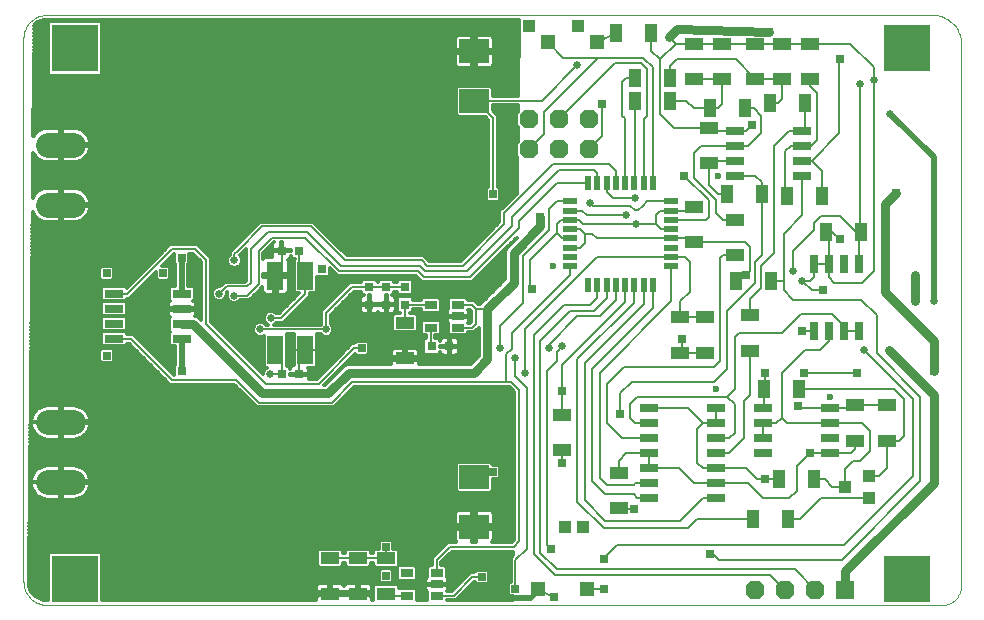
<source format=gbl>
G75*
G70*
%OFA0B0*%
%FSLAX24Y24*%
%IPPOS*%
%LPD*%
%AMOC8*
5,1,8,0,0,1.08239X$1,22.5*
%
%ADD10C,0.0236*%
%ADD11R,0.0394X0.0394*%
%ADD12C,0.0000*%
%ADD13R,0.0630X0.0630*%
%ADD14OC8,0.0630*%
%ADD15R,0.0630X0.0394*%
%ADD16R,0.0500X0.0220*%
%ADD17R,0.0220X0.0500*%
%ADD18R,0.0394X0.0630*%
%ADD19R,0.0630X0.0256*%
%ADD20R,0.0256X0.0630*%
%ADD21R,0.0984X0.0787*%
%ADD22R,0.0433X0.0276*%
%ADD23R,0.0630X0.0315*%
%ADD24R,0.0315X0.0315*%
%ADD25C,0.0825*%
%ADD26R,0.0551X0.0945*%
%ADD27R,0.0500X0.0500*%
%ADD28C,0.0315*%
%ADD29C,0.0250*%
%ADD30C,0.0079*%
%ADD31R,0.0250X0.0250*%
%ADD32C,0.0197*%
%ADD33C,0.0060*%
%ADD34C,0.0160*%
%ADD35R,0.1581X0.1581*%
%ADD36C,0.0118*%
%ADD37C,0.0157*%
D10*
X021229Y012231D03*
X026729Y015231D03*
X026667Y008107D03*
X030479Y007856D03*
D11*
X031748Y005230D03*
X030960Y004856D03*
X031748Y004482D03*
X022236Y003505D03*
X021645Y003505D03*
X022059Y020237D03*
X020425Y020237D03*
D12*
X003578Y019817D02*
X003578Y001721D01*
X003579Y001721D02*
X003581Y001666D01*
X003587Y001611D01*
X003596Y001557D01*
X003609Y001503D01*
X003626Y001450D01*
X003646Y001399D01*
X003670Y001349D01*
X003697Y001301D01*
X003727Y001255D01*
X003760Y001211D01*
X003796Y001169D01*
X003835Y001130D01*
X003877Y001094D01*
X003921Y001061D01*
X003967Y001031D01*
X004015Y001004D01*
X004065Y000980D01*
X004116Y000960D01*
X004169Y000943D01*
X004223Y000930D01*
X004277Y000921D01*
X004332Y000915D01*
X004387Y000913D01*
X034171Y000913D01*
X034221Y000915D01*
X034270Y000920D01*
X034319Y000930D01*
X034366Y000942D01*
X034413Y000959D01*
X034459Y000979D01*
X034503Y001002D01*
X034544Y001028D01*
X034584Y001058D01*
X034622Y001090D01*
X034657Y001125D01*
X034689Y001163D01*
X034719Y001203D01*
X034745Y001245D01*
X034768Y001288D01*
X034788Y001334D01*
X034805Y001381D01*
X034817Y001428D01*
X034827Y001477D01*
X034832Y001526D01*
X034834Y001576D01*
X034834Y019626D01*
X034835Y019626D02*
X034833Y019686D01*
X034827Y019747D01*
X034818Y019806D01*
X034805Y019865D01*
X034788Y019923D01*
X034767Y019980D01*
X034743Y020036D01*
X034716Y020089D01*
X034685Y020141D01*
X034651Y020191D01*
X034614Y020239D01*
X034574Y020285D01*
X034532Y020327D01*
X034486Y020367D01*
X034438Y020404D01*
X034388Y020438D01*
X034336Y020469D01*
X034283Y020496D01*
X034227Y020520D01*
X034170Y020541D01*
X034112Y020558D01*
X034053Y020571D01*
X033994Y020580D01*
X033933Y020586D01*
X033873Y020588D01*
X004349Y020588D01*
X004294Y020586D01*
X004239Y020580D01*
X004185Y020570D01*
X004132Y020557D01*
X004080Y020539D01*
X004029Y020518D01*
X003979Y020494D01*
X003932Y020466D01*
X003887Y020434D01*
X003844Y020400D01*
X003804Y020362D01*
X003766Y020322D01*
X003732Y020279D01*
X003700Y020234D01*
X003672Y020187D01*
X003648Y020137D01*
X003627Y020086D01*
X003609Y020034D01*
X003596Y019981D01*
X003586Y019927D01*
X003580Y019872D01*
X003578Y019817D01*
D13*
X030979Y001417D03*
D14*
X029979Y001417D03*
X028979Y001417D03*
X027979Y001417D03*
X022417Y016107D03*
X021417Y016107D03*
X020417Y016107D03*
X020417Y017107D03*
X021417Y017107D03*
X022417Y017107D03*
D15*
X025917Y018453D03*
X026854Y018453D03*
X027979Y018453D03*
X028854Y018453D03*
X029791Y018453D03*
X029791Y019635D03*
X028854Y019635D03*
X027979Y019635D03*
X026854Y019635D03*
X025917Y019635D03*
X026417Y016822D03*
X026417Y015641D03*
X025917Y014197D03*
X027291Y013759D03*
X025917Y013016D03*
X027291Y012578D03*
X027791Y010572D03*
X026291Y010509D03*
X025479Y010509D03*
X025479Y009328D03*
X026291Y009328D03*
X027791Y009391D03*
X031291Y007572D03*
X032354Y007572D03*
X032354Y006391D03*
X031291Y006391D03*
X023417Y005322D03*
X023417Y004141D03*
X021541Y006078D03*
X021541Y007259D03*
X016291Y009141D03*
X016291Y010322D03*
X015667Y002485D03*
X014729Y002485D03*
X013791Y002485D03*
X013791Y001303D03*
X014729Y001303D03*
X015667Y001303D03*
D16*
X021789Y012214D03*
X021789Y012524D03*
X021789Y012834D03*
X021789Y013144D03*
X021789Y013444D03*
X021789Y013754D03*
X021789Y014064D03*
X021789Y014374D03*
X025169Y014374D03*
X025169Y014064D03*
X025169Y013754D03*
X025169Y013444D03*
X025169Y013144D03*
X025169Y012834D03*
X025169Y012524D03*
X025169Y012214D03*
D17*
X024559Y011604D03*
X024249Y011604D03*
X023939Y011604D03*
X023629Y011604D03*
X023329Y011604D03*
X023019Y011604D03*
X022709Y011604D03*
X022399Y011604D03*
X022399Y014984D03*
X022709Y014984D03*
X023019Y014984D03*
X023329Y014984D03*
X023629Y014984D03*
X023939Y014984D03*
X024249Y014984D03*
X024559Y014984D03*
D18*
X027013Y014607D03*
X028194Y014607D03*
X029013Y014544D03*
X030194Y014544D03*
X030326Y013356D03*
X031507Y013356D03*
X028507Y011731D03*
X027326Y011731D03*
X028263Y008107D03*
X029444Y008107D03*
X029944Y005106D03*
X028763Y005106D03*
X029070Y003794D03*
X027889Y003794D03*
X027632Y017481D03*
X028451Y017669D03*
X029632Y017669D03*
X026451Y017481D03*
X025132Y017731D03*
X023951Y017731D03*
X023951Y018481D03*
X025132Y018481D03*
X024507Y019981D03*
X023326Y019981D03*
D19*
X027291Y016731D03*
X027291Y016231D03*
X027291Y015731D03*
X027291Y015231D03*
X029541Y015231D03*
X029541Y015731D03*
X029541Y016231D03*
X029541Y016731D03*
X030479Y007481D03*
X030479Y006981D03*
X030479Y006481D03*
X030479Y005981D03*
X028229Y005981D03*
X028229Y006481D03*
X028229Y006981D03*
X028229Y007481D03*
X026667Y007481D03*
X026667Y006981D03*
X026667Y006481D03*
X026667Y005981D03*
X026667Y005481D03*
X026667Y004981D03*
X026667Y004481D03*
X024417Y004481D03*
X024417Y004981D03*
X024417Y005481D03*
X024417Y005981D03*
X024417Y006481D03*
X024417Y006981D03*
X024417Y007481D03*
X008854Y009794D03*
X008854Y010794D03*
X008854Y011294D03*
X006604Y011294D03*
X006604Y010794D03*
X006604Y010294D03*
X006604Y009794D03*
D20*
X029917Y010044D03*
X030417Y010044D03*
X030917Y010044D03*
X031417Y010044D03*
X031417Y012294D03*
X030917Y012294D03*
X030417Y012294D03*
X029917Y012294D03*
D21*
X018604Y017717D03*
X018604Y019371D03*
X018604Y005183D03*
X018604Y003529D03*
D22*
X017354Y001982D03*
X017354Y001607D03*
X017354Y001232D03*
X016354Y001232D03*
X016354Y001982D03*
X017151Y010170D03*
X018057Y010170D03*
X018057Y010544D03*
X018057Y010918D03*
X017151Y010918D03*
D23*
X008854Y010294D03*
D24*
X012184Y008606D03*
X012774Y008606D03*
X015104Y010936D03*
X015667Y010936D03*
X016291Y010936D03*
X016291Y011527D03*
X015667Y011527D03*
X015104Y011527D03*
X012774Y012731D03*
X012184Y012731D03*
X017184Y009544D03*
X017774Y009544D03*
D25*
X005229Y007006D02*
X004404Y007006D01*
X004404Y005006D02*
X005229Y005006D01*
X005229Y014256D02*
X004404Y014256D01*
X004404Y016256D02*
X005229Y016256D01*
D26*
X011979Y011899D03*
X012979Y011899D03*
X012979Y009419D03*
X011979Y009419D03*
D27*
X020715Y001455D03*
X022368Y001455D03*
X022703Y019693D03*
X021049Y019693D03*
D28*
X025104Y019856D02*
X025354Y020106D01*
X028417Y020008D01*
X032667Y014669D02*
X032291Y014294D01*
X032291Y013107D01*
X032291Y011356D01*
X033917Y009731D01*
X033917Y008731D01*
X033917Y007919D02*
X032417Y009419D01*
X033917Y007919D02*
X033917Y004981D01*
X030979Y002044D01*
X030979Y001417D01*
X019041Y009106D02*
X019041Y009146D01*
X019041Y010794D01*
X019917Y011669D01*
X019917Y012669D01*
X020791Y013544D01*
X020791Y013856D01*
X019041Y009106D02*
X018604Y008669D01*
X014417Y008669D01*
X013729Y007981D01*
X011541Y007981D01*
X009229Y010294D01*
X008854Y010294D01*
X033291Y011044D02*
X033291Y011919D01*
D29*
X033291Y011919D03*
X033291Y011044D03*
X033917Y011044D03*
X032417Y009419D03*
X031604Y009419D03*
X029541Y011731D03*
X029229Y012044D03*
X023982Y013607D03*
X023670Y013919D03*
X023966Y014481D03*
X022479Y014330D03*
X019291Y013731D03*
X019104Y011794D03*
X018667Y011419D03*
X018627Y009794D03*
X019456Y009481D03*
X019041Y009146D03*
X019979Y009146D03*
X020291Y008669D03*
X021084Y009494D03*
X021541Y009544D03*
X014667Y011231D03*
X013667Y010106D03*
X011828Y010481D03*
X011479Y010106D03*
X010597Y011235D03*
X010104Y011294D03*
X010611Y012409D03*
X011791Y008606D03*
X022032Y018909D03*
X025104Y019856D03*
X031479Y018294D03*
X031917Y018419D03*
X032479Y017294D03*
D30*
X030779Y016655D02*
X029856Y015731D01*
X029541Y015731D01*
X029872Y015731D01*
X030208Y015395D01*
X030208Y014558D01*
X030194Y014544D01*
X030149Y013879D02*
X030799Y013879D01*
X031322Y013356D01*
X031417Y013261D01*
X031417Y012294D01*
X031429Y012306D01*
X031429Y013584D01*
X031479Y013634D01*
X031479Y018294D01*
X031507Y018266D01*
X031917Y018419D02*
X031917Y018844D01*
X031126Y019635D01*
X029791Y019635D01*
X028854Y019635D01*
X027979Y019635D01*
X026854Y019635D01*
X025917Y019635D01*
X025320Y019635D01*
X025104Y019850D01*
X025104Y019856D01*
X025320Y019635D02*
X024791Y019106D01*
X024507Y019391D01*
X024507Y019981D01*
X024229Y019169D02*
X022729Y019169D01*
X020917Y017356D01*
X020917Y016607D01*
X020417Y016107D01*
X021229Y015607D02*
X023104Y015607D01*
X023329Y015381D01*
X023329Y014984D01*
X023629Y014984D02*
X023629Y017144D01*
X023541Y017231D01*
X023541Y018356D01*
X023667Y018481D01*
X023951Y018481D01*
X024354Y018794D02*
X024167Y018981D01*
X023291Y018981D01*
X021417Y017106D01*
X021417Y017107D01*
X020854Y017731D02*
X018667Y017731D01*
X018681Y017717D01*
X018604Y017717D01*
X018618Y017731D01*
X018667Y017731D01*
X018681Y017717D02*
X019229Y017169D01*
X019229Y014607D01*
X019604Y013981D02*
X021229Y015607D01*
X021417Y015419D02*
X022604Y015419D01*
X022709Y015314D01*
X022709Y014984D01*
X023019Y014984D02*
X023019Y014942D01*
X023019Y014691D01*
X023229Y014481D01*
X023966Y014481D01*
X024229Y014231D02*
X024371Y014374D01*
X025011Y014374D01*
X025169Y014374D01*
X025169Y014064D02*
X024811Y014064D01*
X024667Y013919D01*
X024667Y013607D01*
X023982Y013607D01*
X022229Y013607D01*
X022081Y013754D01*
X021789Y013754D01*
X021502Y013754D01*
X021354Y013607D01*
X021354Y013307D01*
X020479Y012431D01*
X020479Y011500D01*
X020519Y011460D01*
X020229Y010981D02*
X019456Y010209D01*
X019456Y009481D01*
X019677Y009292D02*
X019677Y008356D01*
X014541Y008356D01*
X013854Y007669D01*
X011417Y007669D01*
X010667Y008419D01*
X008541Y008419D01*
X007167Y009794D01*
X006604Y009794D01*
X008167Y010606D02*
X008354Y010794D01*
X007041Y011294D02*
X006604Y011294D01*
X007041Y011294D02*
X008541Y012794D01*
X009291Y012794D01*
X009667Y012419D01*
X009667Y010294D01*
X011667Y008294D01*
X013417Y008294D01*
X014604Y009481D01*
X014854Y009481D01*
X015667Y009169D02*
X015694Y009141D01*
X016291Y009141D01*
X017774Y009141D01*
X017774Y009544D01*
X017791Y009544D01*
X018041Y009544D01*
X017791Y009544D02*
X017791Y009856D01*
X017604Y009856D01*
X017604Y010544D01*
X018057Y010544D01*
X018057Y010544D01*
X018417Y010544D01*
X018667Y010794D02*
X019041Y010794D01*
X018667Y010794D02*
X018543Y010918D01*
X018057Y010918D01*
X018667Y010794D02*
X018667Y010294D01*
X018543Y010170D01*
X018057Y010170D01*
X017151Y010170D02*
X017151Y009544D01*
X017184Y009544D01*
X017479Y009544D02*
X017774Y009544D01*
X016291Y009419D02*
X016291Y009141D01*
X015667Y009169D02*
X015667Y010936D01*
X015917Y010936D01*
X015667Y010936D02*
X015667Y011169D01*
X015667Y010936D02*
X015104Y010936D01*
X015104Y011169D01*
X015104Y010936D02*
X015104Y010669D01*
X015104Y010936D02*
X014667Y010936D01*
X014667Y011231D01*
X014524Y011527D02*
X013667Y010669D01*
X013667Y010106D01*
X011479Y010106D01*
X011828Y010481D02*
X012167Y010481D01*
X012979Y011294D01*
X012979Y011899D01*
X012774Y012104D01*
X012774Y012731D01*
X012479Y012731D02*
X012184Y012731D01*
X012184Y012981D01*
X012229Y012981D01*
X012184Y012731D02*
X012184Y012104D01*
X011979Y011899D01*
X011979Y011294D01*
X011417Y011606D02*
X011104Y011294D01*
X011045Y011235D01*
X010597Y011235D01*
X010354Y011544D02*
X010104Y011294D01*
X010354Y011544D02*
X011041Y011544D01*
X011167Y011669D01*
X011167Y012794D01*
X011729Y013356D01*
X013041Y013356D01*
X014167Y012231D01*
X016791Y012231D01*
X016979Y012044D01*
X018354Y012044D01*
X019854Y013544D01*
X019854Y013856D01*
X021417Y015419D01*
X021356Y014984D02*
X022399Y014984D01*
X022479Y014330D02*
X022576Y014233D01*
X023811Y014233D01*
X023968Y014076D01*
X024070Y014076D01*
X024227Y014233D01*
X024229Y014231D01*
X023670Y013919D02*
X022354Y013919D01*
X022209Y014064D01*
X021789Y014064D01*
X021789Y014374D02*
X021371Y014374D01*
X021104Y014107D01*
X021104Y013419D01*
X020229Y012544D01*
X020229Y010981D01*
X020291Y010106D02*
X022709Y012524D01*
X025169Y012524D01*
X025624Y012524D01*
X025791Y012356D01*
X025791Y011356D01*
X025479Y011044D01*
X025479Y010509D01*
X026291Y010509D01*
X027041Y010731D02*
X027041Y008794D01*
X026604Y008356D01*
X023854Y008356D01*
X023479Y007981D01*
X023479Y007297D01*
X023791Y007169D02*
X023791Y007607D01*
X024041Y007856D01*
X027041Y007856D01*
X027291Y008107D01*
X027291Y009856D01*
X027417Y009981D01*
X028854Y009981D01*
X029484Y010611D01*
X030523Y010611D01*
X030917Y010218D01*
X030917Y010044D01*
X031417Y010044D01*
X030417Y010044D02*
X030417Y009717D01*
X030130Y009430D01*
X029615Y009430D01*
X028854Y008669D01*
X028854Y007169D01*
X029041Y006981D01*
X030479Y006981D01*
X031541Y006981D01*
X031791Y006731D01*
X031791Y006044D01*
X031479Y005731D01*
X031229Y005731D01*
X030960Y005463D01*
X030960Y004856D01*
X030541Y004856D01*
X030291Y005106D01*
X029944Y005106D01*
X029354Y004731D02*
X029354Y005544D01*
X029791Y005981D01*
X030479Y005981D01*
X031167Y005981D01*
X031291Y006106D01*
X031291Y006391D01*
X032354Y006391D02*
X032354Y005481D01*
X032103Y005230D01*
X031748Y005230D01*
X031748Y004482D02*
X030167Y004482D01*
X029479Y003794D01*
X029070Y003794D01*
X029104Y004481D02*
X028229Y004481D01*
X027729Y004981D01*
X026667Y004981D01*
X025917Y004981D01*
X025417Y005481D01*
X024417Y005481D01*
X024417Y005981D01*
X023667Y005981D01*
X023417Y005731D01*
X023417Y005322D01*
X023041Y004919D02*
X023917Y004919D01*
X023979Y004981D01*
X024417Y004981D01*
X023917Y004606D02*
X024041Y004481D01*
X024417Y004481D01*
X023917Y004606D02*
X022979Y004606D01*
X022541Y005044D01*
X022541Y008794D01*
X024559Y010811D01*
X024559Y011604D01*
X024249Y011604D02*
X024249Y010939D01*
X022291Y008981D01*
X022291Y004419D01*
X022979Y003731D01*
X025479Y003731D01*
X026229Y004481D01*
X026667Y004481D01*
X026041Y003794D02*
X027889Y003794D01*
X029104Y004481D02*
X029354Y004731D01*
X028763Y005106D02*
X028291Y005106D01*
X028041Y005106D01*
X027667Y005481D01*
X026667Y005481D01*
X026229Y005481D01*
X026041Y005669D01*
X026041Y006794D01*
X026229Y006981D01*
X026667Y006981D01*
X026667Y007481D01*
X027041Y007856D02*
X027291Y007607D01*
X027291Y006669D01*
X027104Y006481D01*
X026667Y006481D01*
X026667Y005981D02*
X027104Y005981D01*
X027604Y006481D01*
X027604Y007731D01*
X027791Y007919D01*
X027791Y009391D01*
X028291Y008669D02*
X028291Y008135D01*
X028263Y008107D01*
X028263Y007516D01*
X028229Y007481D01*
X028229Y007481D01*
X028667Y006981D02*
X028854Y007169D01*
X028667Y006981D02*
X028229Y006981D01*
X028229Y006981D01*
X028229Y006481D01*
X028229Y006481D01*
X029383Y007540D02*
X029442Y007481D01*
X030479Y007481D01*
X031201Y007481D01*
X031291Y007572D01*
X032354Y007572D01*
X032604Y008107D02*
X032917Y007794D01*
X032917Y006544D01*
X032763Y006391D01*
X032354Y006391D01*
X033229Y005231D02*
X033229Y007794D01*
X031604Y009419D01*
X032019Y009316D02*
X032019Y010572D01*
X031488Y011103D01*
X029224Y011103D01*
X028917Y011411D01*
X028917Y011731D01*
X028917Y013294D01*
X029541Y013919D01*
X029541Y015231D01*
X028979Y014578D02*
X028979Y016044D01*
X029167Y016231D01*
X029541Y016231D01*
X029650Y016123D01*
X029736Y016123D01*
X030041Y016429D01*
X030041Y017981D01*
X029791Y018231D01*
X029791Y018453D01*
X028854Y018453D02*
X028854Y017794D01*
X028729Y017669D01*
X028451Y017669D01*
X028167Y017231D02*
X027917Y017481D01*
X027632Y017481D01*
X028167Y017231D02*
X028167Y016669D01*
X027729Y016231D01*
X027291Y016231D01*
X026167Y016231D01*
X025917Y015981D01*
X025917Y015169D01*
X026667Y014419D01*
X026667Y013981D01*
X026889Y013759D01*
X027291Y013759D01*
X027632Y013016D02*
X025917Y013016D01*
X025789Y013144D01*
X025169Y013144D01*
X022691Y013144D01*
X022541Y013294D01*
X022291Y013294D01*
X022291Y012981D01*
X022144Y012834D01*
X021789Y012834D01*
X021789Y012834D01*
X021789Y013144D02*
X021517Y013144D01*
X021354Y013307D01*
X021789Y013444D02*
X022141Y013444D01*
X022291Y013294D01*
X021789Y012214D02*
X021789Y011916D01*
X019854Y009981D01*
X019854Y009470D01*
X019677Y009292D01*
X019979Y009146D02*
X019979Y008544D01*
X020354Y008169D01*
X020354Y002794D01*
X019979Y002419D01*
X019979Y001459D01*
X020715Y001455D02*
X020734Y001435D01*
X021268Y001186D01*
X021291Y001919D02*
X020604Y002606D01*
X020604Y009919D01*
X021604Y010919D01*
X022479Y010919D01*
X022709Y011149D01*
X022709Y011604D01*
X023019Y011604D02*
X023019Y011146D01*
X022604Y010731D01*
X021791Y010731D01*
X020791Y009731D01*
X020791Y002669D01*
X021354Y002106D01*
X029291Y002106D01*
X029979Y001417D01*
X028979Y001417D02*
X028479Y001919D01*
X021291Y001919D01*
X021167Y002794D02*
X021041Y002919D01*
X021041Y008731D01*
X021354Y009044D01*
X021354Y009356D01*
X021541Y009544D01*
X021084Y009494D02*
X021084Y009587D01*
X022041Y010544D01*
X022791Y010544D01*
X023329Y011081D01*
X023329Y011604D01*
X023629Y011604D02*
X023629Y011006D01*
X021541Y008919D01*
X021541Y008044D01*
X021541Y007259D01*
X023041Y006981D02*
X023041Y008294D01*
X023604Y008856D01*
X026604Y008856D01*
X026791Y009044D01*
X026791Y012481D01*
X026889Y012578D01*
X027291Y012578D01*
X027632Y013016D02*
X027791Y012856D01*
X027791Y012044D01*
X027667Y011919D01*
X027417Y011919D02*
X027326Y011828D01*
X027326Y011731D01*
X027979Y011669D02*
X027041Y010731D01*
X027791Y010572D02*
X027791Y011106D01*
X028167Y011481D01*
X028167Y012231D01*
X028604Y012669D01*
X028604Y016231D01*
X029104Y016731D01*
X029541Y016731D01*
X029632Y016822D01*
X029632Y017669D01*
X028854Y018453D02*
X027979Y018453D01*
X027326Y019106D01*
X025354Y019106D01*
X025132Y018885D01*
X025132Y018481D01*
X024559Y018839D02*
X024229Y019169D01*
X024791Y019106D02*
X024791Y017294D01*
X025263Y016822D01*
X026417Y016822D01*
X026507Y016731D01*
X027291Y016731D01*
X027667Y016731D01*
X027854Y016919D01*
X026854Y017606D02*
X026729Y017481D01*
X026451Y017481D01*
X025917Y017481D01*
X025667Y017731D01*
X025132Y017731D01*
X024354Y017231D02*
X024354Y018794D01*
X024559Y018839D02*
X024559Y014984D01*
X024249Y014984D02*
X024249Y017126D01*
X024354Y017231D01*
X023951Y017731D02*
X023951Y014996D01*
X023939Y014984D01*
X025169Y014064D02*
X025783Y014064D01*
X025917Y014197D01*
X026417Y014419D02*
X026417Y013856D01*
X026314Y013754D01*
X025169Y013754D01*
X025169Y013444D02*
X024829Y013444D01*
X024667Y013607D01*
X025604Y015231D02*
X026417Y014419D01*
X026729Y014607D02*
X026417Y014919D01*
X026417Y015641D01*
X026507Y015731D01*
X027291Y015731D01*
X027291Y015231D02*
X027979Y015231D01*
X028194Y015016D01*
X028194Y014607D01*
X028194Y012572D01*
X027979Y012356D01*
X027979Y011669D01*
X028507Y011731D02*
X028917Y011731D01*
X029229Y012044D02*
X029229Y012723D01*
X029913Y013407D01*
X029913Y013643D01*
X030149Y013879D01*
X030326Y013356D02*
X030541Y013356D01*
X030791Y013107D01*
X030417Y013266D02*
X030417Y012294D01*
X029917Y012294D01*
X029917Y011856D01*
X029791Y011731D01*
X029541Y011731D01*
X029854Y011419D01*
X030229Y011419D01*
X030604Y011669D02*
X031541Y011669D01*
X031917Y012044D01*
X031917Y018419D01*
X030791Y019106D02*
X030779Y019094D01*
X030779Y016655D01*
X027013Y014607D02*
X026729Y014607D01*
X030326Y013356D02*
X030417Y013266D01*
X031322Y013356D02*
X031507Y013356D01*
X030417Y012294D02*
X030417Y011856D01*
X030604Y011669D01*
X029917Y010044D02*
X029541Y010044D01*
X029604Y008669D02*
X031354Y008669D01*
X032019Y009316D02*
X033479Y007856D01*
X033479Y005044D01*
X030854Y002419D01*
X026767Y002418D01*
X026550Y002635D01*
X026448Y002635D01*
X025729Y003481D02*
X026041Y003794D01*
X025729Y003481D02*
X022917Y003481D01*
X022041Y004356D01*
X022041Y009106D01*
X023939Y011004D01*
X023939Y011604D01*
X025169Y011046D02*
X025169Y012214D01*
X025169Y012214D01*
X025169Y011046D02*
X022791Y008669D01*
X022791Y005169D01*
X023041Y004919D01*
X023417Y004141D02*
X023451Y004107D01*
X023917Y004107D01*
X023354Y002919D02*
X022933Y002498D01*
X022933Y002439D01*
X023354Y002919D02*
X030917Y002919D01*
X033229Y005231D01*
X032604Y008107D02*
X029444Y008107D01*
X026291Y009328D02*
X025479Y009328D01*
X025541Y009391D01*
X025541Y009794D01*
X025729Y007481D02*
X024417Y007481D01*
X023979Y006981D02*
X023791Y007169D01*
X023979Y006981D02*
X024417Y006981D01*
X024417Y006481D02*
X023541Y006481D01*
X023041Y006981D01*
X021541Y006078D02*
X021541Y005669D01*
X019604Y005794D02*
X019604Y006607D01*
X019354Y006856D01*
X018729Y006856D01*
X018604Y006981D01*
X018229Y006981D01*
X017979Y006981D01*
X017667Y006981D01*
X019604Y005794D02*
X019604Y004926D01*
X019604Y004356D01*
X019604Y003731D01*
X019479Y003731D01*
X019277Y003529D01*
X018604Y003529D01*
X018604Y004107D01*
X018604Y003529D02*
X017931Y003529D01*
X018604Y003529D02*
X018604Y003080D01*
X017791Y002856D02*
X019917Y002856D01*
X020104Y003044D01*
X020104Y008098D01*
X019845Y008356D01*
X019677Y008356D01*
X020291Y008669D02*
X020291Y010106D01*
X018479Y011856D02*
X020104Y013481D01*
X020104Y013731D01*
X021356Y014984D01*
X022417Y016107D02*
X022854Y016544D01*
X022854Y017606D01*
X022032Y018909D02*
X020854Y017731D01*
X018604Y018731D02*
X018604Y019371D01*
X018604Y020044D01*
X018604Y019371D02*
X017993Y019371D01*
X018604Y019371D02*
X019340Y019371D01*
X019604Y019106D01*
X022703Y019693D02*
X023123Y019903D01*
X023326Y019981D01*
X025917Y018453D02*
X026854Y018453D01*
X026854Y017606D01*
X019604Y013981D02*
X019604Y013607D01*
X018229Y012231D01*
X017041Y012231D01*
X016854Y012419D01*
X014291Y012419D01*
X013167Y013544D01*
X011541Y013544D01*
X010729Y012731D01*
X010611Y012613D01*
X010611Y012409D01*
X011417Y012731D02*
X011417Y011606D01*
X011604Y011919D02*
X011979Y011919D01*
X011979Y011899D01*
X011979Y011919D02*
X012354Y011919D01*
X011417Y012731D02*
X011854Y013169D01*
X012979Y013169D01*
X014104Y012044D01*
X016729Y012044D01*
X016917Y011856D01*
X018479Y011856D01*
X017151Y010936D02*
X017151Y010918D01*
X017151Y010936D02*
X016291Y010936D01*
X016291Y010322D01*
X016291Y011527D02*
X015667Y011527D01*
X015104Y011527D01*
X014524Y011527D01*
X013917Y009375D02*
X013479Y009419D01*
X012979Y009419D01*
X012541Y009419D01*
X012774Y009214D02*
X012774Y008606D01*
X013041Y008606D01*
X012774Y008606D02*
X012479Y008606D01*
X012184Y008606D02*
X011791Y008606D01*
X012184Y008606D02*
X012184Y009214D01*
X011979Y009419D01*
X012774Y009214D02*
X012979Y009419D01*
X012604Y006607D02*
X012167Y006607D01*
X011729Y006607D01*
X011291Y006607D01*
X010854Y006607D01*
X010479Y006607D01*
X010104Y006607D01*
X009729Y006607D01*
X008854Y006607D01*
X008541Y006607D01*
X008167Y006607D01*
X008167Y006169D01*
X008167Y005731D01*
X008167Y005231D01*
X008167Y004669D01*
X008167Y003981D01*
X012604Y006607D02*
X014417Y006607D01*
X014541Y006481D01*
X018604Y005183D02*
X018777Y005356D01*
X019229Y005356D01*
X017791Y002856D02*
X017354Y002419D01*
X017354Y001982D01*
X017729Y001607D02*
X016854Y001607D01*
X017354Y001232D02*
X017917Y001232D01*
X018541Y001856D01*
X018854Y001856D01*
X016354Y001231D02*
X015667Y001231D01*
X015667Y001303D01*
X015167Y001203D02*
X014729Y001303D01*
X014729Y001481D01*
X014729Y001303D02*
X013791Y001303D01*
X013791Y001481D01*
X013791Y001303D02*
X013354Y001203D01*
X013791Y002485D02*
X014729Y002485D01*
X015667Y002485D01*
X015667Y002856D01*
X022368Y001455D02*
X022395Y001481D01*
X022415Y001462D01*
X022933Y001462D01*
X026229Y006981D02*
X025729Y007481D01*
X008167Y014481D02*
X008167Y015020D01*
X008217Y015070D01*
D31*
X008166Y015110D03*
X008167Y015419D03*
X008167Y015856D03*
X008541Y015856D03*
X008854Y015856D03*
X008854Y016356D03*
X009291Y016419D03*
X009729Y016356D03*
X009729Y015856D03*
X010229Y015856D03*
X010729Y015856D03*
X011291Y015856D03*
X011291Y016294D03*
X011729Y016419D03*
X012104Y016294D03*
X012104Y015856D03*
X012541Y015856D03*
X012917Y015856D03*
X013354Y015856D03*
X014479Y016231D03*
X014854Y016231D03*
X014667Y016856D03*
X013917Y016794D03*
X013104Y016919D03*
X013604Y017731D03*
X014104Y018106D03*
X014167Y017356D03*
X015167Y017356D03*
X015667Y016856D03*
X016167Y016419D03*
X016667Y016856D03*
X017041Y016419D03*
X017667Y016856D03*
X018229Y016607D03*
X018729Y017044D03*
X019604Y017106D03*
X019604Y018106D03*
X018604Y018731D03*
X017854Y018106D03*
X017604Y018731D03*
X017104Y018106D03*
X016104Y018106D03*
X016167Y017356D03*
X017167Y017356D03*
X016604Y018731D03*
X015604Y018731D03*
X015104Y018106D03*
X014604Y018731D03*
X013604Y018731D03*
X012604Y018731D03*
X011604Y018731D03*
X010604Y018731D03*
X009604Y018731D03*
X008604Y018731D03*
X007604Y018731D03*
X006604Y018731D03*
X005604Y018294D03*
X005604Y017731D03*
X006604Y017731D03*
X006167Y016919D03*
X005604Y017044D03*
X005104Y017044D03*
X004604Y017044D03*
X004604Y017731D03*
X004604Y018419D03*
X006667Y019731D03*
X007604Y019731D03*
X008604Y019731D03*
X009604Y019731D03*
X010604Y019731D03*
X011604Y019731D03*
X012604Y019731D03*
X013604Y019731D03*
X014604Y019731D03*
X015604Y019731D03*
X016604Y019731D03*
X017604Y019731D03*
X018604Y020044D03*
X019604Y019981D03*
X019604Y019106D03*
X022854Y017606D03*
X019604Y016107D03*
X018729Y016107D03*
X018229Y015607D03*
X017667Y015731D03*
X017229Y015044D03*
X016667Y015731D03*
X016167Y015044D03*
X015667Y015731D03*
X015167Y015231D03*
X014541Y015231D03*
X014541Y014794D03*
X014417Y014231D03*
X014854Y014231D03*
X015667Y014231D03*
X015667Y013481D03*
X015167Y013481D03*
X014479Y013107D03*
X013541Y012106D03*
X013893Y011540D03*
X011479Y011169D03*
X010775Y010731D03*
X010104Y010731D03*
X008167Y010606D03*
X007604Y011356D03*
X007229Y010606D03*
X007604Y009856D03*
X008357Y009212D03*
X008854Y008731D03*
X008541Y007981D03*
X009291Y007981D03*
X009729Y007607D03*
X009291Y007231D03*
X008541Y007231D03*
X008541Y006607D03*
X008854Y006607D03*
X008167Y006607D03*
X007791Y006607D03*
X007393Y006607D03*
X007604Y007231D03*
X006604Y007231D03*
X006565Y006607D03*
X006252Y006607D03*
X005917Y006607D03*
X005917Y007544D03*
X005604Y007794D03*
X005104Y007794D03*
X004604Y007794D03*
X005604Y008669D03*
X006354Y009231D03*
X005604Y009794D03*
X004604Y009794D03*
X004604Y010606D03*
X005604Y010606D03*
X005604Y011419D03*
X006354Y011981D03*
X005604Y012544D03*
X004604Y012419D03*
X004604Y011419D03*
X004604Y013419D03*
X005104Y013419D03*
X005604Y013419D03*
X005917Y013794D03*
X005917Y014669D03*
X006541Y014669D03*
X007479Y014669D03*
X007479Y014107D03*
X008167Y013856D03*
X008729Y013419D03*
X008167Y013294D03*
X007604Y013419D03*
X007791Y012731D03*
X008854Y012481D03*
X008229Y011981D03*
X010979Y013607D03*
X010729Y014669D03*
X010229Y014669D03*
X009729Y014669D03*
X009291Y014669D03*
X008854Y014669D03*
X008854Y014107D03*
X008167Y014481D03*
X009729Y014107D03*
X011229Y014669D03*
X011667Y014669D03*
X012104Y014669D03*
X012541Y014669D03*
X014541Y015731D03*
X016604Y014231D03*
X016229Y013481D03*
X016667Y013107D03*
X017167Y012623D03*
X017667Y013107D03*
X018229Y013607D03*
X017667Y014231D03*
X018229Y014607D03*
X019229Y014607D03*
X019604Y015044D03*
X020791Y013856D03*
X020519Y011460D03*
X017604Y011356D03*
X016729Y011356D03*
X016291Y009794D03*
X015291Y009794D03*
X014854Y009481D03*
X015291Y009169D03*
X015167Y008028D03*
X015667Y007607D03*
X016186Y008028D03*
X016673Y007591D03*
X017167Y008028D03*
X018729Y008044D03*
X019604Y008044D03*
X019604Y007356D03*
X019604Y006607D03*
X018729Y006856D03*
X018229Y006981D03*
X017667Y006981D03*
X016791Y006607D03*
X016167Y006981D03*
X015479Y006607D03*
X014854Y006981D03*
X014479Y006981D03*
X014541Y006481D03*
X014541Y006044D03*
X014541Y005544D03*
X015041Y006044D03*
X015479Y005481D03*
X014854Y004981D03*
X014479Y004981D03*
X013917Y004505D03*
X014479Y003856D03*
X014104Y003419D03*
X013791Y002956D03*
X012604Y002856D03*
X011604Y002856D03*
X010604Y002856D03*
X009604Y002856D03*
X008604Y002856D03*
X007604Y002856D03*
X006604Y002856D03*
X005604Y003169D03*
X004604Y003044D03*
X006604Y003856D03*
X005604Y004169D03*
X005917Y004481D03*
X006604Y004669D03*
X006667Y005419D03*
X007041Y005419D03*
X007479Y005419D03*
X008167Y005231D03*
X008167Y004669D03*
X008854Y004669D03*
X009604Y004669D03*
X009729Y005419D03*
X009291Y005419D03*
X008854Y005419D03*
X008167Y005731D03*
X008167Y006169D03*
X009729Y006607D03*
X010104Y006607D03*
X010479Y006607D03*
X010854Y006607D03*
X011291Y006607D03*
X011729Y006607D03*
X012167Y006607D03*
X012604Y006607D03*
X010854Y007607D03*
X010417Y007607D03*
X007604Y007981D03*
X007604Y008669D03*
X004604Y008794D03*
X005917Y005419D03*
X006291Y005419D03*
X007479Y004669D03*
X007604Y004107D03*
X008167Y003981D03*
X008729Y004107D03*
X009604Y003856D03*
X010604Y003856D03*
X011604Y003856D03*
X012604Y003856D03*
X013354Y003856D03*
X012604Y004669D03*
X012167Y004981D03*
X011604Y004669D03*
X011229Y004981D03*
X011229Y005419D03*
X010729Y005419D03*
X010229Y005419D03*
X010604Y004669D03*
X012167Y005419D03*
X012604Y005419D03*
X012979Y005419D03*
X013417Y005419D03*
X015167Y004231D03*
X015667Y004231D03*
X016229Y004231D03*
X016667Y003856D03*
X017167Y003294D03*
X017667Y003856D03*
X018229Y004356D03*
X017791Y004669D03*
X017229Y004981D03*
X016667Y005481D03*
X017229Y005731D03*
X017791Y006044D03*
X018229Y006356D03*
X019229Y005356D03*
X019604Y004926D03*
X019604Y004356D03*
X019604Y003731D03*
X019604Y003169D03*
X018854Y002356D03*
X018854Y001856D03*
X018854Y001356D03*
X017917Y001731D03*
X018167Y002356D03*
X016854Y001607D03*
X016667Y002606D03*
X015667Y002856D03*
X015667Y001894D03*
X014729Y001894D03*
X013791Y001894D03*
X012604Y001794D03*
X012604Y001204D03*
X011604Y001204D03*
X011604Y001794D03*
X010604Y001794D03*
X010604Y001204D03*
X009604Y001204D03*
X009604Y001794D03*
X008604Y001794D03*
X008604Y001204D03*
X007604Y001204D03*
X007604Y001794D03*
X006667Y001794D03*
X006604Y001204D03*
X005104Y004169D03*
X004604Y004169D03*
X014667Y007607D03*
X016167Y005981D03*
X016167Y004981D03*
X019604Y005794D03*
X021541Y005669D03*
X023917Y004107D03*
X022933Y002439D03*
X022933Y001462D03*
X021268Y001186D03*
X019979Y001459D03*
X021167Y002794D03*
X026448Y002635D03*
X028291Y005106D03*
X029791Y005981D03*
X029383Y007540D03*
X029604Y008669D03*
X028291Y008669D03*
X029541Y010044D03*
X031354Y008669D03*
X033917Y008731D03*
X030229Y011419D03*
X030791Y013107D03*
X032291Y013107D03*
X032667Y014669D03*
X027854Y016919D03*
X025604Y015231D03*
X027667Y011919D03*
X025541Y009794D03*
X023479Y007297D03*
X021541Y008044D03*
X018354Y009169D03*
X007791Y015856D03*
X007354Y015856D03*
X006917Y015856D03*
X006417Y015856D03*
X005917Y015856D03*
X006667Y016419D03*
X007604Y016419D03*
X008104Y016919D03*
X008604Y017731D03*
X009604Y017731D03*
X010104Y016919D03*
X010604Y017731D03*
X011104Y016919D03*
X011604Y017731D03*
X012604Y017731D03*
X007604Y017731D03*
X007104Y016919D03*
X028417Y020008D03*
X030791Y019106D03*
D32*
X032479Y017294D02*
X033917Y015857D01*
X033917Y011044D01*
X027667Y011919D02*
X027417Y011919D01*
X025169Y013444D02*
X025169Y013444D01*
X025169Y013754D02*
X025169Y013754D01*
X025169Y014374D02*
X025011Y014374D01*
X024559Y014984D02*
X024559Y014984D01*
X024249Y014984D02*
X024249Y014984D01*
X023939Y014984D02*
X023939Y014984D01*
X023629Y014984D02*
X023629Y014984D01*
X023329Y014984D02*
X023329Y014984D01*
X023019Y014984D02*
X023019Y014942D01*
X023019Y014942D01*
X022709Y014984D02*
X022709Y014984D01*
X022399Y014984D02*
X022399Y014984D01*
X023019Y011604D02*
X023019Y011604D01*
X017979Y008107D02*
X017979Y007607D01*
X018541Y007607D01*
X017979Y007607D02*
X017979Y006981D01*
X017979Y007607D02*
X017354Y007607D01*
X009291Y010794D02*
X008854Y010794D01*
X008354Y010794D01*
X008854Y011294D02*
X008854Y012481D01*
X005854Y014256D02*
X004817Y014256D01*
X004817Y013481D01*
X004817Y014256D02*
X004817Y016256D01*
X005854Y016256D01*
X004817Y016256D02*
X004817Y017044D01*
X008854Y009794D02*
X008854Y008731D01*
X005854Y007007D02*
X004817Y007007D01*
X004817Y007731D01*
X004817Y007007D02*
X004817Y005006D01*
X005854Y005006D01*
X004817Y005006D02*
X004817Y004231D01*
X018972Y001164D02*
X020464Y001164D01*
D33*
X018972Y001164D02*
X018854Y001356D01*
X021573Y019169D02*
X021049Y019693D01*
X021573Y019169D02*
X022729Y019169D01*
D34*
X028979Y014578D02*
X029013Y014578D01*
X029013Y014544D01*
X017354Y001982D02*
X017354Y001981D01*
X017354Y001232D02*
X017354Y001232D01*
X016354Y001231D02*
X016354Y001232D01*
D35*
X005291Y001794D03*
X033041Y001794D03*
X033041Y019472D03*
X005291Y019472D03*
D36*
X006201Y019525D02*
X017953Y019525D01*
X017953Y019430D02*
X018545Y019430D01*
X018545Y019924D01*
X018091Y019924D01*
X018050Y019913D01*
X018014Y019892D01*
X017985Y019862D01*
X017964Y019826D01*
X017953Y019785D01*
X017953Y019430D01*
X017953Y019312D02*
X017953Y018956D01*
X017964Y018916D01*
X017985Y018879D01*
X018014Y018850D01*
X018050Y018829D01*
X018091Y018818D01*
X018545Y018818D01*
X018545Y019312D01*
X017953Y019312D01*
X017953Y019292D02*
X006201Y019292D01*
X006201Y019175D02*
X017953Y019175D01*
X017953Y019059D02*
X006201Y019059D01*
X006201Y018942D02*
X017956Y018942D01*
X018063Y018825D02*
X006201Y018825D01*
X006201Y018709D02*
X020073Y018709D01*
X020074Y018825D02*
X019145Y018825D01*
X019157Y018829D02*
X019194Y018850D01*
X019223Y018879D01*
X019244Y018916D01*
X019255Y018956D01*
X019255Y019312D01*
X018663Y019312D01*
X018663Y019430D01*
X018545Y019430D01*
X018545Y019312D01*
X018663Y019312D01*
X018663Y018818D01*
X019117Y018818D01*
X019157Y018829D01*
X019251Y018942D02*
X020075Y018942D01*
X020076Y019059D02*
X019255Y019059D01*
X019255Y019175D02*
X020077Y019175D01*
X020078Y019292D02*
X019255Y019292D01*
X019255Y019430D02*
X019255Y019785D01*
X019244Y019826D01*
X019223Y019862D01*
X019194Y019892D01*
X019157Y019913D01*
X019117Y019924D01*
X018663Y019924D01*
X018663Y019430D01*
X019255Y019430D01*
X019255Y019525D02*
X020081Y019525D01*
X020080Y019409D02*
X018663Y019409D01*
X018663Y019525D02*
X018545Y019525D01*
X018545Y019409D02*
X006201Y019409D01*
X006201Y019642D02*
X017953Y019642D01*
X017953Y019759D02*
X006201Y019759D01*
X006201Y019875D02*
X017998Y019875D01*
X018545Y019875D02*
X018663Y019875D01*
X018663Y019759D02*
X018545Y019759D01*
X018545Y019642D02*
X018663Y019642D01*
X019210Y019875D02*
X020084Y019875D01*
X020083Y019759D02*
X019255Y019759D01*
X019255Y019642D02*
X020082Y019642D01*
X020086Y019992D02*
X006201Y019992D01*
X006201Y020109D02*
X020087Y020109D01*
X020088Y020225D02*
X006201Y020225D01*
X006201Y020312D02*
X006131Y020382D01*
X004451Y020382D01*
X004382Y020312D01*
X004382Y018632D01*
X004451Y018562D01*
X006131Y018562D01*
X006201Y018632D01*
X006201Y020312D01*
X006171Y020342D02*
X020089Y020342D01*
X020090Y020429D02*
X020064Y017890D01*
X019215Y017890D01*
X019215Y018160D01*
X019145Y018230D01*
X018062Y018230D01*
X017993Y018160D01*
X017993Y017274D01*
X018062Y017204D01*
X018969Y017204D01*
X019070Y017103D01*
X019070Y014851D01*
X019054Y014851D01*
X018985Y014781D01*
X018985Y014432D01*
X019054Y014363D01*
X019403Y014363D01*
X019473Y014432D01*
X019473Y014781D01*
X019403Y014851D01*
X019387Y014851D01*
X019387Y017192D01*
X019983Y017192D01*
X019983Y017286D02*
X019983Y016927D01*
X020054Y016856D01*
X020049Y016353D01*
X019983Y016286D01*
X019983Y015927D01*
X020044Y015866D01*
X020031Y014633D01*
X019446Y014047D01*
X019446Y013916D01*
X019446Y013672D01*
X018163Y012390D01*
X017107Y012390D01*
X017012Y012484D01*
X016920Y012577D01*
X014357Y012577D01*
X013232Y013702D01*
X011607Y013702D01*
X011476Y013702D01*
X011399Y013626D01*
X011383Y013610D01*
X011383Y013610D01*
X010649Y012876D01*
X010545Y012772D01*
X010453Y012679D01*
X010453Y012595D01*
X010404Y012547D01*
X010367Y012457D01*
X010367Y012360D01*
X010404Y012270D01*
X010473Y012202D01*
X010562Y012165D01*
X010660Y012165D01*
X010749Y012202D01*
X010818Y012270D01*
X010855Y012360D01*
X010855Y012457D01*
X010818Y012547D01*
X010793Y012571D01*
X010795Y012573D01*
X010867Y012645D01*
X010888Y012666D01*
X011008Y012786D01*
X011008Y012728D01*
X011008Y011735D01*
X010976Y011702D01*
X010420Y011702D01*
X010288Y011702D01*
X010124Y011538D01*
X010055Y011538D01*
X009966Y011501D01*
X009897Y011432D01*
X009860Y011343D01*
X009860Y011245D01*
X009897Y011156D01*
X009966Y011087D01*
X010055Y011050D01*
X010152Y011050D01*
X010242Y011087D01*
X010311Y011156D01*
X010348Y011245D01*
X010348Y011314D01*
X010379Y011345D01*
X010353Y011284D01*
X010353Y011186D01*
X010390Y011097D01*
X010459Y011028D01*
X010549Y010991D01*
X010646Y010991D01*
X010735Y011028D01*
X010784Y011077D01*
X011110Y011077D01*
X011202Y011169D01*
X011482Y011448D01*
X011512Y011478D01*
X011544Y011510D01*
X011544Y011406D01*
X011555Y011365D01*
X011576Y011329D01*
X011606Y011299D01*
X011642Y011278D01*
X011683Y011268D01*
X011920Y011268D01*
X011920Y011840D01*
X012038Y011840D01*
X012038Y011268D01*
X012276Y011268D01*
X012316Y011278D01*
X012352Y011299D01*
X012382Y011329D01*
X012403Y011365D01*
X012414Y011406D01*
X012414Y011840D01*
X012038Y011840D01*
X012038Y011958D01*
X012414Y011958D01*
X012414Y012393D01*
X012405Y012427D01*
X012439Y012447D01*
X012469Y012476D01*
X012490Y012513D01*
X012498Y012544D01*
X012498Y012525D01*
X012568Y012455D01*
X012616Y012455D01*
X012616Y012452D01*
X012584Y012421D01*
X012584Y011377D01*
X012654Y011308D01*
X012769Y011308D01*
X012101Y010640D01*
X012014Y010640D01*
X011966Y010688D01*
X011876Y010725D01*
X011779Y010725D01*
X011689Y010688D01*
X011621Y010620D01*
X011584Y010530D01*
X011584Y010433D01*
X011621Y010343D01*
X011689Y010275D01*
X011713Y010265D01*
X011666Y010265D01*
X011617Y010313D01*
X011528Y010350D01*
X011431Y010350D01*
X011341Y010313D01*
X011272Y010244D01*
X011235Y010155D01*
X011235Y010058D01*
X011272Y009968D01*
X011341Y009899D01*
X011431Y009862D01*
X011528Y009862D01*
X011584Y009886D01*
X011584Y008897D01*
X011654Y008827D01*
X011688Y008827D01*
X011653Y008813D01*
X011584Y008744D01*
X011547Y008655D01*
X011547Y008637D01*
X009825Y010360D01*
X009825Y012353D01*
X009825Y012484D01*
X009450Y012860D01*
X009357Y012952D01*
X008607Y012952D01*
X008476Y012952D01*
X007016Y011493D01*
X006968Y011541D01*
X006240Y011541D01*
X006170Y011471D01*
X006170Y011117D01*
X006240Y011047D01*
X006968Y011047D01*
X007038Y011117D01*
X007038Y011136D01*
X007107Y011136D01*
X007200Y011228D01*
X007985Y012013D01*
X007985Y011807D01*
X008054Y011737D01*
X008403Y011737D01*
X008473Y011807D01*
X008473Y012156D01*
X008403Y012225D01*
X008197Y012225D01*
X008607Y012636D01*
X008610Y012636D01*
X008610Y012307D01*
X008636Y012281D01*
X008636Y011541D01*
X008490Y011541D01*
X008420Y011471D01*
X008420Y011117D01*
X008471Y011066D01*
X008441Y011049D01*
X008412Y011020D01*
X008391Y010983D01*
X008380Y010943D01*
X008380Y010799D01*
X008849Y010799D01*
X008849Y010789D01*
X008380Y010789D01*
X008380Y010645D01*
X008391Y010605D01*
X008412Y010568D01*
X008441Y010539D01*
X008452Y010533D01*
X008420Y010501D01*
X008420Y010087D01*
X008478Y010029D01*
X008420Y009971D01*
X008420Y009617D01*
X008490Y009547D01*
X008636Y009547D01*
X008636Y008932D01*
X008610Y008906D01*
X008610Y008577D01*
X008607Y008577D01*
X007232Y009952D01*
X007038Y009952D01*
X007038Y009971D01*
X006968Y010041D01*
X006240Y010041D01*
X006170Y009971D01*
X006170Y009617D01*
X006240Y009547D01*
X006968Y009547D01*
X007038Y009617D01*
X007038Y009636D01*
X007101Y009636D01*
X008476Y008260D01*
X008607Y008260D01*
X010601Y008260D01*
X011351Y007510D01*
X011482Y007510D01*
X013788Y007510D01*
X013920Y007510D01*
X014607Y008198D01*
X019611Y008198D01*
X019742Y008198D01*
X019780Y008198D01*
X019946Y008032D01*
X019946Y006138D01*
X019915Y003079D01*
X019851Y003015D01*
X019200Y003015D01*
X019223Y003038D01*
X019244Y003074D01*
X019255Y003115D01*
X019255Y003470D01*
X018663Y003470D01*
X018663Y003015D01*
X018545Y003015D01*
X018545Y003470D01*
X018663Y003470D01*
X018663Y003588D01*
X019255Y003588D01*
X019255Y003944D01*
X019244Y003985D01*
X019223Y004021D01*
X019194Y004050D01*
X019157Y004071D01*
X019117Y004082D01*
X018663Y004082D01*
X018663Y003589D01*
X018545Y003589D01*
X018545Y004082D01*
X018091Y004082D01*
X018050Y004071D01*
X018014Y004050D01*
X017985Y004021D01*
X017964Y003985D01*
X017953Y003944D01*
X017953Y003588D01*
X018545Y003588D01*
X018545Y003470D01*
X017953Y003470D01*
X017953Y003115D01*
X017964Y003074D01*
X017985Y003038D01*
X018008Y003015D01*
X017726Y003015D01*
X017633Y002922D01*
X017288Y002577D01*
X017196Y002484D01*
X017196Y002239D01*
X017088Y002239D01*
X017018Y002169D01*
X017018Y001851D01*
X017010Y001842D01*
X016989Y001806D01*
X016978Y001766D01*
X016978Y001617D01*
X017344Y001617D01*
X017344Y001597D01*
X016978Y001597D01*
X016978Y001448D01*
X016989Y001408D01*
X017010Y001372D01*
X017018Y001363D01*
X017018Y001072D01*
X016689Y001072D01*
X016689Y001419D01*
X016620Y001489D01*
X016101Y001489D01*
X016101Y001550D01*
X016031Y001619D01*
X015302Y001619D01*
X015233Y001550D01*
X015233Y001072D01*
X015199Y001072D01*
X015203Y001086D01*
X015203Y001264D01*
X014769Y001264D01*
X014769Y001343D01*
X015203Y001343D01*
X015203Y001521D01*
X015192Y001562D01*
X015171Y001598D01*
X015142Y001628D01*
X015105Y001649D01*
X015065Y001659D01*
X014769Y001659D01*
X014769Y001343D01*
X014690Y001343D01*
X014690Y001659D01*
X014393Y001659D01*
X014353Y001649D01*
X014316Y001628D01*
X014287Y001598D01*
X014266Y001562D01*
X014260Y001540D01*
X014254Y001562D01*
X014234Y001598D01*
X014204Y001628D01*
X014168Y001649D01*
X014127Y001659D01*
X013831Y001659D01*
X013831Y001343D01*
X014265Y001343D01*
X014689Y001343D01*
X014689Y001264D01*
X014265Y001264D01*
X013831Y001264D01*
X013831Y001343D01*
X013752Y001343D01*
X013752Y001659D01*
X013455Y001659D01*
X013415Y001649D01*
X013379Y001628D01*
X013349Y001598D01*
X013328Y001562D01*
X013317Y001521D01*
X013317Y001343D01*
X013752Y001343D01*
X013752Y001264D01*
X013317Y001264D01*
X013317Y001086D01*
X013321Y001072D01*
X006201Y001072D01*
X006201Y002634D01*
X006131Y002704D01*
X004451Y002704D01*
X004382Y002634D01*
X004382Y001072D01*
X004285Y001080D01*
X004092Y001143D01*
X003928Y001262D01*
X003808Y001426D01*
X003758Y001581D01*
X003883Y014019D01*
X003915Y013957D01*
X003968Y013884D01*
X004032Y013820D01*
X004104Y013767D01*
X004184Y013726D01*
X004270Y013699D01*
X004359Y013685D01*
X004816Y013685D01*
X004816Y014256D01*
X004817Y014256D01*
X004817Y014256D01*
X005801Y014256D01*
X005801Y014211D01*
X005787Y014122D01*
X005759Y014037D01*
X005718Y013957D01*
X005665Y013884D01*
X005601Y013820D01*
X005529Y013767D01*
X005449Y013726D01*
X005363Y013699D01*
X005274Y013685D01*
X004817Y013685D01*
X004817Y014256D01*
X005801Y014256D01*
X005801Y014301D01*
X005787Y014390D01*
X005759Y014476D01*
X005718Y014556D01*
X005665Y014629D01*
X005601Y014692D01*
X005529Y014745D01*
X005449Y014786D01*
X005363Y014814D01*
X005274Y014828D01*
X004817Y014828D01*
X004817Y014257D01*
X004816Y014257D01*
X004816Y014828D01*
X004359Y014828D01*
X004270Y014814D01*
X004184Y014786D01*
X004104Y014745D01*
X004032Y014692D01*
X003968Y014629D01*
X003915Y014556D01*
X003888Y014503D01*
X003903Y015980D01*
X003915Y015957D01*
X003968Y015884D01*
X004032Y015820D01*
X004104Y015767D01*
X004184Y015726D01*
X004270Y015699D01*
X004359Y015685D01*
X004816Y015685D01*
X004816Y016256D01*
X004817Y016256D01*
X004817Y016256D01*
X005801Y016256D01*
X005801Y016211D01*
X005787Y016122D01*
X005759Y016037D01*
X005718Y015957D01*
X005665Y015884D01*
X005601Y015820D01*
X005529Y015767D01*
X005449Y015726D01*
X005363Y015699D01*
X005274Y015685D01*
X004817Y015685D01*
X004817Y016256D01*
X005801Y016256D01*
X005801Y016301D01*
X005787Y016390D01*
X005759Y016476D01*
X005718Y016556D01*
X005665Y016629D01*
X005601Y016692D01*
X005529Y016745D01*
X005449Y016786D01*
X005363Y016814D01*
X005274Y016828D01*
X004817Y016828D01*
X004817Y016257D01*
X004816Y016257D01*
X004816Y016828D01*
X004359Y016828D01*
X004270Y016814D01*
X004184Y016786D01*
X004104Y016745D01*
X004032Y016692D01*
X003968Y016629D01*
X003915Y016556D01*
X003909Y016544D01*
X003947Y020271D01*
X004072Y020362D01*
X004254Y020421D01*
X004349Y020429D01*
X004415Y020429D01*
X020090Y020429D01*
X018663Y019292D02*
X018545Y019292D01*
X018545Y019175D02*
X018663Y019175D01*
X018663Y019059D02*
X018545Y019059D01*
X018545Y018942D02*
X018663Y018942D01*
X018663Y018825D02*
X018545Y018825D01*
X017993Y018126D02*
X003925Y018126D01*
X003926Y018242D02*
X020068Y018242D01*
X020067Y018126D02*
X019215Y018126D01*
X019215Y018009D02*
X020065Y018009D01*
X020064Y017892D02*
X019215Y017892D01*
X019215Y017573D02*
X020061Y017573D01*
X020059Y017363D01*
X019983Y017286D01*
X020005Y017309D02*
X019313Y017309D01*
X019358Y017264D02*
X019215Y017407D01*
X019215Y017573D01*
X019215Y017542D02*
X020061Y017542D01*
X020060Y017426D02*
X019215Y017426D01*
X019358Y017264D02*
X019387Y017234D01*
X019387Y017234D01*
X019387Y017234D01*
X019387Y017192D01*
X019387Y017076D02*
X019983Y017076D01*
X019983Y016959D02*
X019387Y016959D01*
X019387Y016842D02*
X020054Y016842D01*
X020052Y016726D02*
X019387Y016726D01*
X019387Y016609D02*
X020051Y016609D01*
X020050Y016492D02*
X019387Y016492D01*
X019387Y016376D02*
X020049Y016376D01*
X019983Y016259D02*
X019387Y016259D01*
X019387Y016142D02*
X019983Y016142D01*
X019983Y016026D02*
X019387Y016026D01*
X019387Y015909D02*
X020000Y015909D01*
X020043Y015792D02*
X019387Y015792D01*
X019387Y015676D02*
X020042Y015676D01*
X020041Y015559D02*
X019387Y015559D01*
X019387Y015442D02*
X020040Y015442D01*
X020038Y015326D02*
X019387Y015326D01*
X019387Y015209D02*
X020037Y015209D01*
X020036Y015093D02*
X019387Y015093D01*
X019387Y014976D02*
X020035Y014976D01*
X020034Y014859D02*
X019387Y014859D01*
X019473Y014743D02*
X020032Y014743D01*
X020024Y014626D02*
X019473Y014626D01*
X019473Y014509D02*
X019908Y014509D01*
X019791Y014393D02*
X019433Y014393D01*
X019558Y014159D02*
X005792Y014159D01*
X005801Y014276D02*
X019674Y014276D01*
X019446Y014043D02*
X005761Y014043D01*
X005696Y013926D02*
X019446Y013926D01*
X019446Y013809D02*
X005587Y013809D01*
X005325Y013693D02*
X011466Y013693D01*
X011349Y013576D02*
X003879Y013576D01*
X003878Y013459D02*
X011233Y013459D01*
X011116Y013343D02*
X003877Y013343D01*
X003875Y013226D02*
X011000Y013226D01*
X010883Y013109D02*
X003874Y013109D01*
X003873Y012993D02*
X010766Y012993D01*
X010650Y012876D02*
X009433Y012876D01*
X009550Y012759D02*
X010533Y012759D01*
X010453Y012643D02*
X009667Y012643D01*
X009783Y012526D02*
X010396Y012526D01*
X010367Y012409D02*
X009825Y012409D01*
X009825Y012293D02*
X010395Y012293D01*
X010534Y012176D02*
X009825Y012176D01*
X009825Y012060D02*
X011008Y012060D01*
X011008Y012176D02*
X010688Y012176D01*
X010827Y012293D02*
X011008Y012293D01*
X011008Y012409D02*
X010855Y012409D01*
X010826Y012526D02*
X011008Y012526D01*
X011008Y012643D02*
X010865Y012643D01*
X010888Y012666D02*
X010888Y012666D01*
X010795Y012573D02*
X010795Y012573D01*
X010981Y012759D02*
X011008Y012759D01*
X011008Y012728D02*
X011008Y012728D01*
X011575Y012666D02*
X011575Y012467D01*
X011576Y012469D01*
X011606Y012499D01*
X011642Y012520D01*
X011683Y012531D01*
X011873Y012531D01*
X011867Y012553D01*
X011867Y012712D01*
X012164Y012712D01*
X012164Y012751D01*
X011867Y012751D01*
X011867Y012910D01*
X011878Y012950D01*
X011899Y012987D01*
X011923Y013010D01*
X011920Y013010D01*
X011575Y012666D01*
X011575Y012643D02*
X011867Y012643D01*
X011867Y012759D02*
X011669Y012759D01*
X011785Y012876D02*
X011867Y012876D01*
X011902Y012993D02*
X011905Y012993D01*
X012164Y012993D02*
X012204Y012993D01*
X012204Y013010D02*
X012204Y012751D01*
X012498Y012751D01*
X012498Y012712D01*
X012204Y012712D01*
X012204Y012751D01*
X012164Y012751D01*
X012164Y013010D01*
X012204Y013010D01*
X012204Y012876D02*
X012164Y012876D01*
X012164Y012759D02*
X012204Y012759D01*
X012493Y012526D02*
X012498Y012526D01*
X012584Y012409D02*
X012409Y012409D01*
X012414Y012293D02*
X012584Y012293D01*
X012584Y012176D02*
X012414Y012176D01*
X012414Y012060D02*
X012584Y012060D01*
X012584Y011943D02*
X012038Y011943D01*
X012038Y011826D02*
X011920Y011826D01*
X011920Y011840D02*
X011575Y011840D01*
X011575Y011958D01*
X011920Y011958D01*
X011920Y011840D01*
X011920Y011943D02*
X011575Y011943D01*
X011920Y011710D02*
X012038Y011710D01*
X012038Y011593D02*
X011920Y011593D01*
X011920Y011476D02*
X012038Y011476D01*
X012038Y011360D02*
X011920Y011360D01*
X011559Y011360D02*
X011394Y011360D01*
X011482Y011448D02*
X011482Y011448D01*
X011511Y011476D02*
X011544Y011476D01*
X011277Y011243D02*
X012704Y011243D01*
X012602Y011360D02*
X012400Y011360D01*
X012414Y011476D02*
X012584Y011476D01*
X012584Y011593D02*
X012414Y011593D01*
X012414Y011710D02*
X012584Y011710D01*
X012584Y011826D02*
X012414Y011826D01*
X013138Y011308D02*
X013304Y011308D01*
X013374Y011377D01*
X013374Y011862D01*
X013716Y011862D01*
X013785Y011932D01*
X013785Y012139D01*
X014038Y011886D01*
X014170Y011886D01*
X016663Y011886D01*
X016758Y011791D01*
X016758Y011791D01*
X016795Y011754D01*
X016851Y011698D01*
X016917Y011698D01*
X016982Y011698D01*
X018414Y011698D01*
X018545Y011698D01*
X020017Y013170D01*
X020016Y013160D01*
X019683Y012827D01*
X019682Y012825D01*
X019665Y012784D01*
X019640Y012724D01*
X019640Y011783D01*
X018809Y010952D01*
X018732Y010952D01*
X018701Y010984D01*
X018608Y011076D01*
X018392Y011076D01*
X018392Y011105D01*
X018323Y011175D01*
X017791Y011175D01*
X017721Y011105D01*
X017721Y010788D01*
X017713Y010780D01*
X017692Y010744D01*
X017681Y010703D01*
X017681Y010554D01*
X018047Y010554D01*
X018047Y010534D01*
X017681Y010534D01*
X017681Y010386D01*
X017692Y010345D01*
X017713Y010309D01*
X017721Y010301D01*
X017721Y009983D01*
X017791Y009913D01*
X018323Y009913D01*
X018392Y009983D01*
X018392Y010012D01*
X018477Y010012D01*
X018608Y010012D01*
X018732Y010136D01*
X018765Y010168D01*
X018765Y009221D01*
X018489Y008945D01*
X016765Y008945D01*
X016765Y009101D01*
X016331Y009101D01*
X016331Y009180D01*
X016765Y009180D01*
X016765Y009359D01*
X016754Y009399D01*
X016734Y009435D01*
X016704Y009465D01*
X016668Y009486D01*
X016627Y009497D01*
X016331Y009497D01*
X016331Y009180D01*
X016252Y009180D01*
X016252Y009101D01*
X015817Y009101D01*
X015817Y008945D01*
X014472Y008945D01*
X014361Y008945D01*
X014260Y008903D01*
X013615Y008258D01*
X013604Y008258D01*
X014632Y009285D01*
X014680Y009237D01*
X015028Y009237D01*
X015098Y009307D01*
X015098Y009656D01*
X015028Y009725D01*
X014680Y009725D01*
X014610Y009656D01*
X014610Y009640D01*
X014538Y009640D01*
X014446Y009547D01*
X013351Y008452D01*
X013091Y008452D01*
X013091Y008586D01*
X012794Y008586D01*
X012794Y008626D01*
X013091Y008626D01*
X013091Y008785D01*
X013080Y008825D01*
X013079Y008827D01*
X013304Y008827D01*
X013374Y008897D01*
X013374Y009941D01*
X013366Y009948D01*
X013480Y009948D01*
X013528Y009899D01*
X013618Y009862D01*
X013715Y009862D01*
X013805Y009899D01*
X013873Y009968D01*
X013911Y010058D01*
X013911Y010155D01*
X013873Y010244D01*
X013825Y010293D01*
X013825Y010603D01*
X014590Y011368D01*
X014827Y011368D01*
X014827Y011320D01*
X014897Y011250D01*
X014916Y011250D01*
X014885Y011242D01*
X014849Y011221D01*
X014819Y011191D01*
X014798Y011155D01*
X014787Y011115D01*
X014787Y010956D01*
X015084Y010956D01*
X015084Y010916D01*
X015124Y010916D01*
X015124Y010956D01*
X015420Y010956D01*
X015647Y010956D01*
X015647Y011250D01*
X015686Y011250D01*
X015686Y010956D01*
X015647Y010956D01*
X015647Y010916D01*
X015686Y010916D01*
X015686Y010620D01*
X015845Y010620D01*
X015885Y010630D01*
X015922Y010651D01*
X015951Y010681D01*
X015972Y010717D01*
X015983Y010758D01*
X015983Y010916D01*
X015686Y010916D01*
X015686Y010956D01*
X015983Y010956D01*
X015983Y011115D01*
X015972Y011155D01*
X015951Y011191D01*
X015922Y011221D01*
X015885Y011242D01*
X015854Y011250D01*
X015873Y011250D01*
X015943Y011320D01*
X015943Y011368D01*
X016015Y011368D01*
X016015Y011320D01*
X016085Y011250D01*
X016498Y011250D01*
X016568Y011320D01*
X016568Y011733D01*
X016498Y011803D01*
X016085Y011803D01*
X016015Y011733D01*
X016015Y011685D01*
X015943Y011685D01*
X015943Y011733D01*
X015873Y011803D01*
X015460Y011803D01*
X015390Y011733D01*
X015390Y011685D01*
X015380Y011685D01*
X015380Y011733D01*
X015311Y011803D01*
X014897Y011803D01*
X014827Y011733D01*
X014827Y011685D01*
X014590Y011685D01*
X014459Y011685D01*
X013508Y010734D01*
X013508Y010603D01*
X013508Y010293D01*
X013480Y010265D01*
X011942Y010265D01*
X011966Y010275D01*
X012014Y010323D01*
X012101Y010323D01*
X012232Y010323D01*
X013138Y011228D01*
X013138Y011308D01*
X013138Y011243D02*
X014017Y011243D01*
X014133Y011360D02*
X013356Y011360D01*
X013374Y011476D02*
X014250Y011476D01*
X014367Y011593D02*
X013374Y011593D01*
X013374Y011710D02*
X014827Y011710D01*
X014827Y011360D02*
X014581Y011360D01*
X014465Y011243D02*
X014889Y011243D01*
X014791Y011126D02*
X014348Y011126D01*
X014231Y011010D02*
X014787Y011010D01*
X014787Y010916D02*
X014787Y010758D01*
X014798Y010717D01*
X014819Y010681D01*
X014849Y010651D01*
X014885Y010630D01*
X014925Y010620D01*
X015084Y010620D01*
X015084Y010916D01*
X014787Y010916D01*
X014787Y010893D02*
X014115Y010893D01*
X013998Y010776D02*
X014787Y010776D01*
X014840Y010660D02*
X013881Y010660D01*
X013825Y010543D02*
X015857Y010543D01*
X015857Y010568D02*
X015857Y010076D01*
X015927Y010006D01*
X016656Y010006D01*
X016725Y010076D01*
X016725Y010568D01*
X016656Y010638D01*
X016450Y010638D01*
X016450Y010660D01*
X016498Y010660D01*
X017681Y010660D01*
X017711Y010776D02*
X017487Y010776D01*
X017487Y010731D02*
X017417Y010661D01*
X016885Y010661D01*
X016816Y010731D01*
X016816Y010778D01*
X016568Y010778D01*
X016568Y010729D01*
X016498Y010660D01*
X016568Y010776D02*
X016816Y010776D01*
X016725Y010543D02*
X018047Y010543D01*
X018067Y010543D02*
X018508Y010543D01*
X018432Y010534D02*
X018067Y010534D01*
X018067Y010554D01*
X018432Y010554D01*
X018432Y010703D01*
X018421Y010744D01*
X018412Y010760D01*
X018477Y010760D01*
X018508Y010728D01*
X018508Y010360D01*
X018477Y010328D01*
X018412Y010328D01*
X018421Y010345D01*
X018432Y010386D01*
X018432Y010534D01*
X018432Y010426D02*
X018508Y010426D01*
X018508Y010660D02*
X018432Y010660D01*
X018732Y010952D02*
X018732Y010952D01*
X018701Y010984D02*
X018701Y010984D01*
X018675Y011010D02*
X018866Y011010D01*
X018983Y011126D02*
X018371Y011126D01*
X017742Y011126D02*
X017466Y011126D01*
X017487Y011105D02*
X017417Y011175D01*
X016885Y011175D01*
X016816Y011105D01*
X016816Y011095D01*
X016568Y011095D01*
X016568Y011143D01*
X016498Y011213D01*
X016085Y011213D01*
X016015Y011143D01*
X016015Y010729D01*
X016085Y010660D01*
X016133Y010660D01*
X016133Y010638D01*
X015927Y010638D01*
X015857Y010568D01*
X015930Y010660D02*
X016084Y010660D01*
X016015Y010776D02*
X015983Y010776D01*
X015983Y010893D02*
X016015Y010893D01*
X016015Y011010D02*
X015983Y011010D01*
X015980Y011126D02*
X016015Y011126D01*
X015881Y011243D02*
X019099Y011243D01*
X019216Y011360D02*
X016568Y011360D01*
X016568Y011476D02*
X019333Y011476D01*
X019449Y011593D02*
X016568Y011593D01*
X016568Y011710D02*
X016839Y011710D01*
X016851Y011698D02*
X016851Y011698D01*
X016851Y011698D01*
X016982Y011698D02*
X016982Y011698D01*
X016723Y011826D02*
X013374Y011826D01*
X013785Y011943D02*
X013981Y011943D01*
X013864Y012060D02*
X013785Y012060D01*
X014291Y012643D02*
X018416Y012643D01*
X018533Y012759D02*
X014175Y012759D01*
X014058Y012876D02*
X018649Y012876D01*
X018766Y012993D02*
X013942Y012993D01*
X013825Y013109D02*
X018883Y013109D01*
X018999Y013226D02*
X013708Y013226D01*
X013592Y013343D02*
X019116Y013343D01*
X019233Y013459D02*
X013475Y013459D01*
X013359Y013576D02*
X019349Y013576D01*
X019446Y013693D02*
X013242Y013693D01*
X013232Y013702D02*
X013232Y013702D01*
X011666Y012526D02*
X011575Y012526D01*
X011008Y011943D02*
X009825Y011943D01*
X009825Y011826D02*
X011008Y011826D01*
X010983Y011710D02*
X009825Y011710D01*
X009825Y011593D02*
X010179Y011593D01*
X009941Y011476D02*
X009825Y011476D01*
X009825Y011360D02*
X009867Y011360D01*
X009861Y011243D02*
X009825Y011243D01*
X009825Y011126D02*
X009926Y011126D01*
X009825Y011010D02*
X010503Y011010D01*
X010378Y011126D02*
X010281Y011126D01*
X010347Y011243D02*
X010353Y011243D01*
X010691Y011010D02*
X012471Y011010D01*
X012587Y011126D02*
X011160Y011126D01*
X011661Y010660D02*
X009825Y010660D01*
X009825Y010776D02*
X012237Y010776D01*
X012121Y010660D02*
X011994Y010660D01*
X012001Y010310D02*
X013508Y010310D01*
X013508Y010426D02*
X012336Y010426D01*
X012452Y010543D02*
X013508Y010543D01*
X013508Y010660D02*
X012569Y010660D01*
X012685Y010776D02*
X013550Y010776D01*
X013667Y010893D02*
X012802Y010893D01*
X012919Y011010D02*
X013783Y011010D01*
X013900Y011126D02*
X013035Y011126D01*
X012354Y010893D02*
X009825Y010893D01*
X009508Y010893D02*
X009328Y010893D01*
X009328Y010943D02*
X009317Y010983D01*
X009296Y011020D01*
X009267Y011049D01*
X009237Y011066D01*
X009288Y011117D01*
X009288Y011471D01*
X009218Y011541D01*
X009071Y011541D01*
X009071Y012281D01*
X009098Y012307D01*
X009098Y012636D01*
X009226Y012636D01*
X009508Y012353D01*
X009508Y010406D01*
X009464Y010451D01*
X009386Y010528D01*
X009325Y010554D01*
X009294Y010566D01*
X009296Y010568D01*
X009317Y010605D01*
X009328Y010645D01*
X009328Y010789D01*
X008859Y010789D01*
X008859Y010799D01*
X009328Y010799D01*
X009328Y010943D01*
X009302Y011010D02*
X009508Y011010D01*
X009508Y011126D02*
X009288Y011126D01*
X009288Y011243D02*
X009508Y011243D01*
X009508Y011360D02*
X009288Y011360D01*
X009283Y011476D02*
X009508Y011476D01*
X009508Y011593D02*
X009071Y011593D01*
X009071Y011710D02*
X009508Y011710D01*
X009508Y011826D02*
X009071Y011826D01*
X009071Y011943D02*
X009508Y011943D01*
X009508Y012060D02*
X009071Y012060D01*
X009071Y012176D02*
X009508Y012176D01*
X009508Y012293D02*
X009084Y012293D01*
X009098Y012409D02*
X009452Y012409D01*
X009335Y012526D02*
X009098Y012526D01*
X008610Y012526D02*
X008497Y012526D01*
X008610Y012409D02*
X008381Y012409D01*
X008264Y012293D02*
X008624Y012293D01*
X008636Y012176D02*
X008452Y012176D01*
X008473Y012060D02*
X008636Y012060D01*
X008636Y011943D02*
X008473Y011943D01*
X008473Y011826D02*
X008636Y011826D01*
X008636Y011710D02*
X007681Y011710D01*
X007798Y011826D02*
X007985Y011826D01*
X007985Y011943D02*
X007914Y011943D01*
X007699Y012176D02*
X006577Y012176D01*
X006598Y012156D02*
X006528Y012225D01*
X006180Y012225D01*
X006110Y012156D01*
X006110Y011807D01*
X006180Y011737D01*
X006528Y011737D01*
X006598Y011807D01*
X006598Y012156D01*
X006598Y012060D02*
X007583Y012060D01*
X007466Y011943D02*
X006598Y011943D01*
X006598Y011826D02*
X007350Y011826D01*
X007233Y011710D02*
X003860Y011710D01*
X003861Y011826D02*
X006110Y011826D01*
X006110Y011943D02*
X003862Y011943D01*
X003864Y012060D02*
X006110Y012060D01*
X006130Y012176D02*
X003865Y012176D01*
X003866Y012293D02*
X007816Y012293D01*
X007933Y012409D02*
X003867Y012409D01*
X003868Y012526D02*
X008049Y012526D01*
X008166Y012643D02*
X003869Y012643D01*
X003871Y012759D02*
X008283Y012759D01*
X008399Y012876D02*
X003872Y012876D01*
X003880Y013693D02*
X004308Y013693D01*
X004046Y013809D02*
X003881Y013809D01*
X003882Y013926D02*
X003937Y013926D01*
X004816Y013926D02*
X004817Y013926D01*
X004816Y013809D02*
X004817Y013809D01*
X004816Y013693D02*
X004817Y013693D01*
X004816Y014043D02*
X004817Y014043D01*
X004816Y014159D02*
X004817Y014159D01*
X004816Y014276D02*
X004817Y014276D01*
X004816Y014393D02*
X004817Y014393D01*
X004816Y014509D02*
X004817Y014509D01*
X004816Y014626D02*
X004817Y014626D01*
X004816Y014743D02*
X004817Y014743D01*
X005532Y014743D02*
X018985Y014743D01*
X018985Y014626D02*
X005667Y014626D01*
X005742Y014509D02*
X018985Y014509D01*
X019024Y014393D02*
X005786Y014393D01*
X004101Y014743D02*
X003891Y014743D01*
X003892Y014859D02*
X019070Y014859D01*
X019070Y014976D02*
X003893Y014976D01*
X003894Y015093D02*
X019070Y015093D01*
X019070Y015209D02*
X003895Y015209D01*
X003897Y015326D02*
X019070Y015326D01*
X019070Y015442D02*
X003898Y015442D01*
X003899Y015559D02*
X019070Y015559D01*
X019070Y015676D02*
X003900Y015676D01*
X003901Y015792D02*
X004070Y015792D01*
X003950Y015909D02*
X003902Y015909D01*
X004816Y015909D02*
X004817Y015909D01*
X004816Y015792D02*
X004817Y015792D01*
X004816Y016026D02*
X004817Y016026D01*
X004816Y016142D02*
X004817Y016142D01*
X004816Y016259D02*
X004817Y016259D01*
X004816Y016376D02*
X004817Y016376D01*
X004816Y016492D02*
X004817Y016492D01*
X004816Y016609D02*
X004817Y016609D01*
X004816Y016726D02*
X004817Y016726D01*
X005556Y016726D02*
X019070Y016726D01*
X019070Y016842D02*
X003912Y016842D01*
X003911Y016726D02*
X004078Y016726D01*
X003954Y016609D02*
X003910Y016609D01*
X003913Y016959D02*
X019070Y016959D01*
X019070Y017076D02*
X003914Y017076D01*
X003915Y017192D02*
X018981Y017192D01*
X019070Y016609D02*
X005679Y016609D01*
X005750Y016492D02*
X019070Y016492D01*
X019070Y016376D02*
X005789Y016376D01*
X005801Y016259D02*
X019070Y016259D01*
X019070Y016142D02*
X005790Y016142D01*
X005753Y016026D02*
X019070Y016026D01*
X019070Y015909D02*
X005683Y015909D01*
X005563Y015792D02*
X019070Y015792D01*
X017993Y017309D02*
X003917Y017309D01*
X003918Y017426D02*
X017993Y017426D01*
X017993Y017542D02*
X003919Y017542D01*
X003920Y017659D02*
X017993Y017659D01*
X017993Y017776D02*
X003921Y017776D01*
X003923Y017892D02*
X017993Y017892D01*
X017993Y018009D02*
X003924Y018009D01*
X003927Y018359D02*
X020069Y018359D01*
X020070Y018475D02*
X003928Y018475D01*
X003930Y018592D02*
X004422Y018592D01*
X004382Y018709D02*
X003931Y018709D01*
X003932Y018825D02*
X004382Y018825D01*
X004382Y018942D02*
X003933Y018942D01*
X003934Y019059D02*
X004382Y019059D01*
X004382Y019175D02*
X003935Y019175D01*
X003937Y019292D02*
X004382Y019292D01*
X004382Y019409D02*
X003938Y019409D01*
X003939Y019525D02*
X004382Y019525D01*
X004382Y019642D02*
X003940Y019642D01*
X003941Y019759D02*
X004382Y019759D01*
X004382Y019875D02*
X003943Y019875D01*
X003944Y019992D02*
X004382Y019992D01*
X004382Y020109D02*
X003945Y020109D01*
X003946Y020225D02*
X004382Y020225D01*
X004412Y020342D02*
X004044Y020342D01*
X006161Y018592D02*
X020071Y018592D01*
X019956Y013109D02*
X019966Y013109D01*
X019849Y012993D02*
X019839Y012993D01*
X019733Y012876D02*
X019723Y012876D01*
X019682Y012825D02*
X019682Y012825D01*
X019655Y012759D02*
X019606Y012759D01*
X019640Y012643D02*
X019489Y012643D01*
X019373Y012526D02*
X019640Y012526D01*
X019640Y012409D02*
X019256Y012409D01*
X019140Y012293D02*
X019640Y012293D01*
X019640Y012176D02*
X019023Y012176D01*
X018906Y012060D02*
X019640Y012060D01*
X019640Y011943D02*
X018790Y011943D01*
X018673Y011826D02*
X019640Y011826D01*
X019566Y011710D02*
X018556Y011710D01*
X018183Y012409D02*
X017087Y012409D01*
X017012Y012484D02*
X017012Y012484D01*
X016971Y012526D02*
X018299Y012526D01*
X017721Y011010D02*
X017487Y011010D01*
X017487Y011105D02*
X017487Y010731D01*
X017487Y010893D02*
X017721Y010893D01*
X017681Y010426D02*
X017417Y010426D01*
X017417Y010427D02*
X017487Y010357D01*
X017487Y009983D01*
X017417Y009913D01*
X017310Y009913D01*
X017310Y009821D01*
X017391Y009821D01*
X017460Y009751D01*
X017460Y009732D01*
X017469Y009763D01*
X017490Y009799D01*
X017519Y009829D01*
X017556Y009850D01*
X017596Y009861D01*
X017755Y009861D01*
X017755Y009564D01*
X017794Y009564D01*
X017794Y009861D01*
X017953Y009861D01*
X017993Y009850D01*
X018030Y009829D01*
X018059Y009799D01*
X018080Y009763D01*
X018091Y009722D01*
X018091Y009564D01*
X017794Y009564D01*
X017794Y009524D01*
X017794Y009227D01*
X017953Y009227D01*
X017993Y009238D01*
X018030Y009259D01*
X018059Y009289D01*
X018080Y009325D01*
X018091Y009366D01*
X018091Y009524D01*
X017794Y009524D01*
X017755Y009524D01*
X017755Y009227D01*
X017596Y009227D01*
X017556Y009238D01*
X017519Y009259D01*
X017490Y009289D01*
X017469Y009325D01*
X017460Y009356D01*
X017460Y009337D01*
X017391Y009267D01*
X016977Y009267D01*
X016907Y009337D01*
X016907Y009751D01*
X016977Y009821D01*
X016993Y009821D01*
X016993Y009913D01*
X016885Y009913D01*
X016816Y009983D01*
X016816Y010357D01*
X016885Y010427D01*
X017417Y010427D01*
X017487Y010310D02*
X017712Y010310D01*
X017721Y010193D02*
X017487Y010193D01*
X017487Y010076D02*
X017721Y010076D01*
X017744Y009960D02*
X017464Y009960D01*
X017544Y009843D02*
X017310Y009843D01*
X017460Y009564D02*
X017754Y009564D01*
X017754Y009524D01*
X017460Y009524D01*
X017460Y009564D01*
X017755Y009610D02*
X017794Y009610D01*
X017794Y009726D02*
X017755Y009726D01*
X017755Y009843D02*
X017794Y009843D01*
X018005Y009843D02*
X018765Y009843D01*
X018765Y009726D02*
X018090Y009726D01*
X018091Y009610D02*
X018765Y009610D01*
X018765Y009493D02*
X018091Y009493D01*
X018091Y009376D02*
X018765Y009376D01*
X018765Y009260D02*
X018030Y009260D01*
X017794Y009260D02*
X017755Y009260D01*
X017755Y009376D02*
X017794Y009376D01*
X017794Y009493D02*
X017755Y009493D01*
X017519Y009260D02*
X016765Y009260D01*
X016761Y009376D02*
X016907Y009376D01*
X016907Y009493D02*
X016641Y009493D01*
X016907Y009610D02*
X015098Y009610D01*
X015098Y009493D02*
X015942Y009493D01*
X015955Y009497D02*
X015915Y009486D01*
X015879Y009465D01*
X015849Y009435D01*
X015828Y009399D01*
X015817Y009359D01*
X015817Y009180D01*
X016252Y009180D01*
X016252Y009497D01*
X015955Y009497D01*
X015822Y009376D02*
X015098Y009376D01*
X015051Y009260D02*
X015817Y009260D01*
X015817Y009027D02*
X014373Y009027D01*
X014276Y008910D02*
X014256Y008910D01*
X014150Y008793D02*
X014140Y008793D01*
X014033Y008677D02*
X014023Y008677D01*
X013917Y008560D02*
X013906Y008560D01*
X013800Y008443D02*
X013790Y008443D01*
X013683Y008327D02*
X013673Y008327D01*
X013458Y008560D02*
X013091Y008560D01*
X013091Y008677D02*
X013575Y008677D01*
X013692Y008793D02*
X013089Y008793D01*
X013374Y008910D02*
X013808Y008910D01*
X013925Y009027D02*
X013374Y009027D01*
X013374Y009143D02*
X014042Y009143D01*
X014158Y009260D02*
X013374Y009260D01*
X013374Y009376D02*
X014275Y009376D01*
X014392Y009493D02*
X013374Y009493D01*
X013374Y009610D02*
X014508Y009610D01*
X014606Y009260D02*
X014657Y009260D01*
X014490Y009143D02*
X016252Y009143D01*
X016331Y009143D02*
X018687Y009143D01*
X018571Y009027D02*
X016765Y009027D01*
X016331Y009260D02*
X016252Y009260D01*
X016252Y009376D02*
X016331Y009376D01*
X016331Y009493D02*
X016252Y009493D01*
X016907Y009726D02*
X013374Y009726D01*
X013374Y009843D02*
X016993Y009843D01*
X016839Y009960D02*
X013865Y009960D01*
X013911Y010076D02*
X015857Y010076D01*
X015857Y010193D02*
X013895Y010193D01*
X013825Y010310D02*
X015857Y010310D01*
X015857Y010426D02*
X013825Y010426D01*
X012592Y009948D02*
X012584Y009941D01*
X012584Y008920D01*
X012556Y008912D01*
X012519Y008891D01*
X012490Y008861D01*
X012469Y008825D01*
X012460Y008794D01*
X012460Y008813D01*
X012391Y008883D01*
X012359Y008883D01*
X012374Y008897D01*
X012374Y009941D01*
X012366Y009948D01*
X012592Y009948D01*
X012584Y009843D02*
X012374Y009843D01*
X012374Y009726D02*
X012584Y009726D01*
X012584Y009610D02*
X012374Y009610D01*
X012374Y009493D02*
X012584Y009493D01*
X012584Y009376D02*
X012374Y009376D01*
X012374Y009260D02*
X012584Y009260D01*
X012584Y009143D02*
X012374Y009143D01*
X012374Y009027D02*
X012584Y009027D01*
X012552Y008910D02*
X012374Y008910D01*
X012460Y008626D02*
X012754Y008626D01*
X012754Y008586D01*
X012460Y008586D01*
X012460Y008626D01*
X011633Y008793D02*
X011391Y008793D01*
X011275Y008910D02*
X011584Y008910D01*
X011584Y009027D02*
X011158Y009027D01*
X011041Y009143D02*
X011584Y009143D01*
X011584Y009260D02*
X010925Y009260D01*
X010808Y009376D02*
X011584Y009376D01*
X011584Y009493D02*
X010691Y009493D01*
X010575Y009610D02*
X011584Y009610D01*
X011584Y009726D02*
X010458Y009726D01*
X010341Y009843D02*
X011584Y009843D01*
X011280Y009960D02*
X010225Y009960D01*
X010108Y010076D02*
X011235Y010076D01*
X011251Y010193D02*
X009991Y010193D01*
X009875Y010310D02*
X011338Y010310D01*
X011586Y010426D02*
X009825Y010426D01*
X009825Y010543D02*
X011589Y010543D01*
X011621Y010310D02*
X011654Y010310D01*
X009508Y010426D02*
X009488Y010426D01*
X009464Y010451D02*
X009464Y010451D01*
X009508Y010543D02*
X009350Y010543D01*
X009328Y010660D02*
X009508Y010660D01*
X009508Y010776D02*
X009328Y010776D01*
X008437Y010543D02*
X003848Y010543D01*
X003847Y010426D02*
X006170Y010426D01*
X006170Y010471D02*
X006170Y010117D01*
X006240Y010047D01*
X006968Y010047D01*
X007038Y010117D01*
X007038Y010471D01*
X006968Y010541D01*
X006240Y010541D01*
X006170Y010471D01*
X006240Y010547D02*
X006968Y010547D01*
X007038Y010617D01*
X007038Y010971D01*
X006968Y011041D01*
X006240Y011041D01*
X006170Y010971D01*
X006170Y010617D01*
X006240Y010547D01*
X006170Y010660D02*
X003849Y010660D01*
X003851Y010776D02*
X006170Y010776D01*
X006170Y010893D02*
X003852Y010893D01*
X003853Y011010D02*
X006208Y011010D01*
X006170Y011126D02*
X003854Y011126D01*
X003855Y011243D02*
X006170Y011243D01*
X006170Y011360D02*
X003856Y011360D01*
X003858Y011476D02*
X006175Y011476D01*
X007038Y011126D02*
X008420Y011126D01*
X008420Y011243D02*
X007214Y011243D01*
X007331Y011360D02*
X008420Y011360D01*
X008425Y011476D02*
X007448Y011476D01*
X007564Y011593D02*
X008636Y011593D01*
X008406Y011010D02*
X007000Y011010D01*
X007038Y010893D02*
X008380Y010893D01*
X008380Y010776D02*
X007038Y010776D01*
X007038Y010660D02*
X008380Y010660D01*
X008420Y010426D02*
X007038Y010426D01*
X007038Y010310D02*
X008420Y010310D01*
X008420Y010193D02*
X007038Y010193D01*
X006998Y010076D02*
X008431Y010076D01*
X008420Y009960D02*
X007038Y009960D01*
X007232Y009952D02*
X007232Y009952D01*
X007341Y009843D02*
X008420Y009843D01*
X008420Y009726D02*
X007458Y009726D01*
X007575Y009610D02*
X008427Y009610D01*
X008636Y009493D02*
X007691Y009493D01*
X007808Y009376D02*
X008636Y009376D01*
X008636Y009260D02*
X007925Y009260D01*
X008041Y009143D02*
X008636Y009143D01*
X008636Y009027D02*
X008158Y009027D01*
X008274Y008910D02*
X008614Y008910D01*
X008610Y008793D02*
X008391Y008793D01*
X008508Y008677D02*
X008610Y008677D01*
X008293Y008443D02*
X003827Y008443D01*
X003826Y008327D02*
X008409Y008327D01*
X008176Y008560D02*
X003828Y008560D01*
X003829Y008677D02*
X008060Y008677D01*
X007943Y008793D02*
X003831Y008793D01*
X003832Y008910D02*
X007826Y008910D01*
X007710Y009027D02*
X006567Y009027D01*
X006598Y009057D02*
X006528Y008987D01*
X006180Y008987D01*
X006110Y009057D01*
X006110Y009406D01*
X006180Y009475D01*
X006528Y009475D01*
X006598Y009406D01*
X006598Y009057D01*
X006598Y009143D02*
X007593Y009143D01*
X007476Y009260D02*
X006598Y009260D01*
X006598Y009376D02*
X007360Y009376D01*
X007243Y009493D02*
X003838Y009493D01*
X003836Y009376D02*
X006110Y009376D01*
X006110Y009260D02*
X003835Y009260D01*
X003834Y009143D02*
X006110Y009143D01*
X006140Y009027D02*
X003833Y009027D01*
X003839Y009610D02*
X006177Y009610D01*
X006170Y009726D02*
X003840Y009726D01*
X003841Y009843D02*
X006170Y009843D01*
X006170Y009960D02*
X003842Y009960D01*
X003844Y010076D02*
X006210Y010076D01*
X006170Y010193D02*
X003845Y010193D01*
X003846Y010310D02*
X006170Y010310D01*
X007031Y009610D02*
X007127Y009610D01*
X007116Y011593D02*
X003859Y011593D01*
X003888Y014509D02*
X003891Y014509D01*
X003890Y014626D02*
X003966Y014626D01*
X011508Y008677D02*
X011556Y008677D01*
X010885Y007977D02*
X003822Y007977D01*
X003824Y008093D02*
X010768Y008093D01*
X010651Y008210D02*
X003825Y008210D01*
X003821Y007860D02*
X011001Y007860D01*
X011118Y007743D02*
X003820Y007743D01*
X003819Y007627D02*
X011235Y007627D01*
X014036Y007627D02*
X019946Y007627D01*
X019946Y007743D02*
X014152Y007743D01*
X014269Y007860D02*
X019946Y007860D01*
X019946Y007977D02*
X014386Y007977D01*
X014502Y008093D02*
X019884Y008093D01*
X019946Y007510D02*
X005499Y007510D01*
X005529Y007495D02*
X005449Y007536D01*
X005363Y007564D01*
X005274Y007578D01*
X004817Y007578D01*
X004817Y007007D01*
X004816Y007007D01*
X004816Y007578D01*
X004359Y007578D01*
X004270Y007564D01*
X004184Y007536D01*
X004104Y007495D01*
X004032Y007442D01*
X003968Y007379D01*
X003915Y007306D01*
X003874Y007226D01*
X003846Y007140D01*
X003832Y007051D01*
X003832Y007006D01*
X003832Y006961D01*
X003846Y006872D01*
X003874Y006787D01*
X003915Y006707D01*
X003968Y006634D01*
X004032Y006570D01*
X004104Y006517D01*
X004184Y006476D01*
X004270Y006449D01*
X004359Y006435D01*
X004816Y006435D01*
X004816Y007006D01*
X003832Y007006D01*
X004816Y007006D01*
X004816Y007006D01*
X004817Y007006D01*
X004817Y007006D01*
X005801Y007006D01*
X005801Y006961D01*
X005787Y006872D01*
X005759Y006787D01*
X005718Y006707D01*
X005665Y006634D01*
X005601Y006570D01*
X005529Y006517D01*
X005449Y006476D01*
X005363Y006449D01*
X005274Y006435D01*
X004817Y006435D01*
X004817Y007006D01*
X005801Y007006D01*
X005801Y007051D01*
X005787Y007140D01*
X005759Y007226D01*
X005718Y007306D01*
X005665Y007379D01*
X005601Y007442D01*
X005529Y007495D01*
X005650Y007393D02*
X019946Y007393D01*
X019946Y007277D02*
X005733Y007277D01*
X005780Y007160D02*
X019946Y007160D01*
X019946Y007043D02*
X005801Y007043D01*
X005795Y006927D02*
X019946Y006927D01*
X019946Y006810D02*
X005766Y006810D01*
X005708Y006693D02*
X019946Y006693D01*
X019946Y006577D02*
X005608Y006577D01*
X005398Y006460D02*
X019946Y006460D01*
X019946Y006344D02*
X003806Y006344D01*
X003807Y006460D02*
X004235Y006460D01*
X004025Y006577D02*
X003808Y006577D01*
X003809Y006693D02*
X003925Y006693D01*
X003867Y006810D02*
X003811Y006810D01*
X003812Y006927D02*
X003838Y006927D01*
X003832Y007043D02*
X003813Y007043D01*
X003814Y007160D02*
X003853Y007160D01*
X003815Y007277D02*
X003900Y007277D01*
X003983Y007393D02*
X003816Y007393D01*
X003818Y007510D02*
X004134Y007510D01*
X004816Y007510D02*
X004817Y007510D01*
X004816Y007393D02*
X004817Y007393D01*
X004816Y007277D02*
X004817Y007277D01*
X004816Y007160D02*
X004817Y007160D01*
X004816Y007043D02*
X004817Y007043D01*
X004816Y006927D02*
X004817Y006927D01*
X004816Y006810D02*
X004817Y006810D01*
X004816Y006693D02*
X004817Y006693D01*
X004816Y006577D02*
X004817Y006577D01*
X004816Y006460D02*
X004817Y006460D01*
X003805Y006227D02*
X019946Y006227D01*
X019945Y006110D02*
X003803Y006110D01*
X003802Y005994D02*
X019944Y005994D01*
X019943Y005877D02*
X003801Y005877D01*
X003800Y005760D02*
X019942Y005760D01*
X019941Y005644D02*
X019197Y005644D01*
X019215Y005626D02*
X019145Y005696D01*
X018062Y005696D01*
X017993Y005626D01*
X017993Y004740D01*
X018062Y004670D01*
X019145Y004670D01*
X019215Y004740D01*
X019215Y005112D01*
X019403Y005112D01*
X019473Y005182D01*
X019473Y005531D01*
X019403Y005600D01*
X019215Y005600D01*
X019215Y005626D01*
X019473Y005527D02*
X019939Y005527D01*
X019938Y005410D02*
X019473Y005410D01*
X019473Y005294D02*
X019937Y005294D01*
X019936Y005177D02*
X019468Y005177D01*
X019215Y005060D02*
X019935Y005060D01*
X019934Y004944D02*
X019215Y004944D01*
X019215Y004827D02*
X019932Y004827D01*
X019931Y004710D02*
X019185Y004710D01*
X019229Y004010D02*
X019924Y004010D01*
X019923Y003894D02*
X019255Y003894D01*
X019255Y003777D02*
X019922Y003777D01*
X019921Y003660D02*
X019255Y003660D01*
X019255Y003427D02*
X019918Y003427D01*
X019917Y003311D02*
X019255Y003311D01*
X019255Y003194D02*
X019916Y003194D01*
X019913Y003077D02*
X019245Y003077D01*
X018663Y003077D02*
X018545Y003077D01*
X018545Y003194D02*
X018663Y003194D01*
X018663Y003311D02*
X018545Y003311D01*
X018545Y003427D02*
X018663Y003427D01*
X018663Y003544D02*
X019919Y003544D01*
X019925Y004127D02*
X003783Y004127D01*
X003782Y004010D02*
X017979Y004010D01*
X017953Y003894D02*
X003781Y003894D01*
X003780Y003777D02*
X017953Y003777D01*
X017953Y003660D02*
X003779Y003660D01*
X003778Y003544D02*
X018545Y003544D01*
X018545Y003660D02*
X018663Y003660D01*
X018663Y003777D02*
X018545Y003777D01*
X018545Y003894D02*
X018663Y003894D01*
X018663Y004010D02*
X018545Y004010D01*
X017953Y003427D02*
X003776Y003427D01*
X003775Y003311D02*
X017953Y003311D01*
X017953Y003194D02*
X003774Y003194D01*
X003773Y003077D02*
X015469Y003077D01*
X015492Y003100D02*
X015422Y003031D01*
X015422Y002800D01*
X015302Y002800D01*
X015233Y002731D01*
X015233Y002643D01*
X015163Y002643D01*
X015163Y002731D01*
X015093Y002800D01*
X014365Y002800D01*
X014295Y002731D01*
X014295Y002643D01*
X014225Y002643D01*
X014225Y002731D01*
X014156Y002800D01*
X013427Y002800D01*
X013357Y002731D01*
X013357Y002238D01*
X013427Y002169D01*
X014156Y002169D01*
X014225Y002238D01*
X014225Y002326D01*
X014295Y002326D01*
X014295Y002238D01*
X014365Y002169D01*
X015093Y002169D01*
X015163Y002238D01*
X015163Y002326D01*
X015233Y002326D01*
X015233Y002238D01*
X015302Y002169D01*
X016018Y002169D01*
X016018Y001795D01*
X016088Y001725D01*
X016620Y001725D01*
X016689Y001795D01*
X016689Y002169D01*
X016620Y002239D01*
X016101Y002239D01*
X016101Y002731D01*
X016031Y002800D01*
X015911Y002800D01*
X015911Y003031D01*
X015841Y003100D01*
X015492Y003100D01*
X015422Y002961D02*
X003772Y002961D01*
X003770Y002844D02*
X015422Y002844D01*
X015233Y002727D02*
X015163Y002727D01*
X015163Y002261D02*
X015233Y002261D01*
X015422Y002068D02*
X015422Y001720D01*
X015492Y001650D01*
X015841Y001650D01*
X015911Y001720D01*
X015911Y002068D01*
X015841Y002138D01*
X015492Y002138D01*
X015422Y002068D01*
X015422Y002027D02*
X006201Y002027D01*
X006201Y001911D02*
X015422Y001911D01*
X015422Y001794D02*
X006201Y001794D01*
X006201Y001677D02*
X015465Y001677D01*
X015244Y001561D02*
X015193Y001561D01*
X015203Y001444D02*
X015233Y001444D01*
X015233Y001327D02*
X014769Y001327D01*
X014689Y001327D02*
X013831Y001327D01*
X013752Y001327D02*
X006201Y001327D01*
X006201Y001211D02*
X013317Y001211D01*
X013317Y001094D02*
X006201Y001094D01*
X006201Y001444D02*
X013317Y001444D01*
X013328Y001561D02*
X006201Y001561D01*
X006201Y002144D02*
X016018Y002144D01*
X016018Y002027D02*
X015911Y002027D01*
X015911Y001911D02*
X016018Y001911D01*
X016019Y001794D02*
X015911Y001794D01*
X015868Y001677D02*
X016978Y001677D01*
X016978Y001561D02*
X016089Y001561D01*
X016664Y001444D02*
X016979Y001444D01*
X017018Y001327D02*
X016689Y001327D01*
X016689Y001211D02*
X017018Y001211D01*
X017018Y001094D02*
X016689Y001094D01*
X017364Y001597D02*
X017364Y001617D01*
X017729Y001617D01*
X017729Y001766D01*
X017719Y001806D01*
X017698Y001842D01*
X017689Y001851D01*
X017689Y002169D01*
X017620Y002239D01*
X017512Y002239D01*
X017512Y002353D01*
X017857Y002698D01*
X019851Y002698D01*
X019851Y002698D01*
X019911Y002698D01*
X019910Y002573D01*
X019860Y002524D01*
X019821Y002484D01*
X019821Y002419D01*
X019821Y001703D01*
X019805Y001703D01*
X019735Y001634D01*
X019735Y001285D01*
X019805Y001215D01*
X019896Y001215D01*
X019894Y001072D01*
X017689Y001072D01*
X017689Y001073D01*
X017851Y001073D01*
X017983Y001073D01*
X018607Y001698D01*
X018610Y001698D01*
X018610Y001682D01*
X018680Y001612D01*
X019028Y001612D01*
X019098Y001682D01*
X019098Y002031D01*
X019028Y002100D01*
X018680Y002100D01*
X018610Y002031D01*
X018610Y002015D01*
X018476Y002015D01*
X018383Y001922D01*
X017851Y001390D01*
X017708Y001390D01*
X017719Y001408D01*
X017729Y001448D01*
X017729Y001597D01*
X017364Y001597D01*
X017729Y001561D02*
X018022Y001561D01*
X018138Y001677D02*
X017729Y001677D01*
X017722Y001794D02*
X018255Y001794D01*
X018372Y001911D02*
X017689Y001911D01*
X017689Y002027D02*
X018610Y002027D01*
X019098Y002027D02*
X019821Y002027D01*
X019821Y001911D02*
X019098Y001911D01*
X019098Y001794D02*
X019821Y001794D01*
X019779Y001677D02*
X019093Y001677D01*
X018614Y001677D02*
X018586Y001677D01*
X018470Y001561D02*
X019735Y001561D01*
X019735Y001444D02*
X018353Y001444D01*
X018237Y001327D02*
X019735Y001327D01*
X019896Y001211D02*
X018120Y001211D01*
X018003Y001094D02*
X019895Y001094D01*
X019821Y002144D02*
X017689Y002144D01*
X017512Y002261D02*
X019821Y002261D01*
X019821Y002377D02*
X017536Y002377D01*
X017653Y002494D02*
X019830Y002494D01*
X019821Y002484D02*
X019821Y002484D01*
X019821Y002484D01*
X019910Y002611D02*
X017770Y002611D01*
X017555Y002844D02*
X015911Y002844D01*
X015911Y002961D02*
X017672Y002961D01*
X017963Y003077D02*
X015864Y003077D01*
X016101Y002727D02*
X017438Y002727D01*
X017322Y002611D02*
X016101Y002611D01*
X016101Y002494D02*
X017205Y002494D01*
X017196Y002377D02*
X016101Y002377D01*
X016101Y002261D02*
X017196Y002261D01*
X017018Y002144D02*
X016689Y002144D01*
X016689Y002027D02*
X017018Y002027D01*
X017018Y001911D02*
X016689Y001911D01*
X016688Y001794D02*
X016986Y001794D01*
X017728Y001444D02*
X017905Y001444D01*
X015233Y001211D02*
X015203Y001211D01*
X015203Y001094D02*
X015233Y001094D01*
X014769Y001444D02*
X014690Y001444D01*
X014690Y001561D02*
X014769Y001561D01*
X014266Y001561D02*
X014255Y001561D01*
X013831Y001561D02*
X013752Y001561D01*
X013752Y001444D02*
X013831Y001444D01*
X014225Y002261D02*
X014295Y002261D01*
X014295Y002727D02*
X014225Y002727D01*
X013357Y002727D02*
X003769Y002727D01*
X003768Y002611D02*
X004382Y002611D01*
X004382Y002494D02*
X003767Y002494D01*
X003766Y002377D02*
X004382Y002377D01*
X004382Y002261D02*
X003765Y002261D01*
X003763Y002144D02*
X004382Y002144D01*
X004382Y002027D02*
X003762Y002027D01*
X003761Y001911D02*
X004382Y001911D01*
X004382Y001794D02*
X003760Y001794D01*
X003759Y001677D02*
X004382Y001677D01*
X004382Y001561D02*
X003765Y001561D01*
X003802Y001444D02*
X004382Y001444D01*
X004382Y001327D02*
X003880Y001327D01*
X003998Y001211D02*
X004382Y001211D01*
X004382Y001094D02*
X004242Y001094D01*
X006201Y002261D02*
X013357Y002261D01*
X013357Y002377D02*
X006201Y002377D01*
X006201Y002494D02*
X013357Y002494D01*
X013357Y002611D02*
X006201Y002611D01*
X003785Y004244D02*
X019926Y004244D01*
X019928Y004360D02*
X003786Y004360D01*
X003787Y004477D02*
X004183Y004477D01*
X004184Y004476D02*
X004270Y004449D01*
X004359Y004435D01*
X004816Y004435D01*
X004816Y005006D01*
X003832Y005006D01*
X003832Y004961D01*
X003846Y004872D01*
X003874Y004787D01*
X003915Y004707D01*
X003968Y004634D01*
X004032Y004570D01*
X004104Y004517D01*
X004184Y004476D01*
X004008Y004594D02*
X003788Y004594D01*
X003789Y004710D02*
X003913Y004710D01*
X003861Y004827D02*
X003791Y004827D01*
X003792Y004944D02*
X003835Y004944D01*
X003832Y005006D02*
X004816Y005006D01*
X004816Y005006D01*
X004817Y005006D01*
X004817Y005006D01*
X005801Y005006D01*
X005801Y004961D01*
X005787Y004872D01*
X005759Y004787D01*
X005718Y004707D01*
X005665Y004634D01*
X005601Y004570D01*
X005529Y004517D01*
X005449Y004476D01*
X005363Y004449D01*
X005274Y004435D01*
X004817Y004435D01*
X004817Y005006D01*
X005801Y005006D01*
X005801Y005051D01*
X005787Y005140D01*
X005759Y005226D01*
X005718Y005306D01*
X005665Y005379D01*
X005601Y005442D01*
X005529Y005495D01*
X005449Y005536D01*
X005363Y005564D01*
X005274Y005578D01*
X004817Y005578D01*
X004817Y005007D01*
X004816Y005007D01*
X004816Y005578D01*
X004359Y005578D01*
X004270Y005564D01*
X004184Y005536D01*
X004104Y005495D01*
X004032Y005442D01*
X003968Y005379D01*
X003915Y005306D01*
X003874Y005226D01*
X003846Y005140D01*
X003832Y005051D01*
X003832Y005006D01*
X003834Y005060D02*
X003793Y005060D01*
X003794Y005177D02*
X003858Y005177D01*
X003909Y005294D02*
X003795Y005294D01*
X003796Y005410D02*
X004000Y005410D01*
X004167Y005527D02*
X003798Y005527D01*
X003799Y005644D02*
X018010Y005644D01*
X017993Y005527D02*
X005466Y005527D01*
X005633Y005410D02*
X017993Y005410D01*
X017993Y005294D02*
X005724Y005294D01*
X005775Y005177D02*
X017993Y005177D01*
X017993Y005060D02*
X005799Y005060D01*
X005798Y004944D02*
X017993Y004944D01*
X017993Y004827D02*
X005772Y004827D01*
X005720Y004710D02*
X018022Y004710D01*
X019930Y004594D02*
X005625Y004594D01*
X005450Y004477D02*
X019929Y004477D01*
X018765Y009960D02*
X018369Y009960D01*
X018673Y010076D02*
X018765Y010076D01*
X016885Y010426D02*
X016725Y010426D01*
X016725Y010310D02*
X016816Y010310D01*
X016816Y010193D02*
X016725Y010193D01*
X016725Y010076D02*
X016816Y010076D01*
X015686Y010660D02*
X015647Y010660D01*
X015647Y010620D02*
X015647Y010916D01*
X015420Y010916D01*
X015124Y010916D01*
X015124Y010620D01*
X015282Y010620D01*
X015323Y010630D01*
X015359Y010651D01*
X015385Y010678D01*
X015411Y010651D01*
X015448Y010630D01*
X015488Y010620D01*
X015647Y010620D01*
X015647Y010776D02*
X015686Y010776D01*
X015686Y010893D02*
X015647Y010893D01*
X015647Y011010D02*
X015686Y011010D01*
X015686Y011126D02*
X015647Y011126D01*
X015647Y011243D02*
X015686Y011243D01*
X015943Y011360D02*
X016015Y011360D01*
X016015Y011710D02*
X015943Y011710D01*
X015390Y011710D02*
X015380Y011710D01*
X015124Y011250D02*
X015124Y010956D01*
X015084Y010956D01*
X015084Y011250D01*
X015124Y011250D01*
X015124Y011243D02*
X015084Y011243D01*
X015084Y011126D02*
X015124Y011126D01*
X015124Y011010D02*
X015084Y011010D01*
X015084Y010893D02*
X015124Y010893D01*
X015124Y010776D02*
X015084Y010776D01*
X015084Y010660D02*
X015124Y010660D01*
X015367Y010660D02*
X015403Y010660D01*
X016568Y011126D02*
X016837Y011126D01*
X004816Y005527D02*
X004817Y005527D01*
X004816Y005410D02*
X004817Y005410D01*
X004816Y005294D02*
X004817Y005294D01*
X004816Y005177D02*
X004817Y005177D01*
X004816Y005060D02*
X004817Y005060D01*
X004816Y004944D02*
X004817Y004944D01*
X004816Y004827D02*
X004817Y004827D01*
X004816Y004710D02*
X004817Y004710D01*
X004816Y004594D02*
X004817Y004594D01*
X004816Y004477D02*
X004817Y004477D01*
D37*
X020464Y001164D02*
X020715Y001455D01*
M02*

</source>
